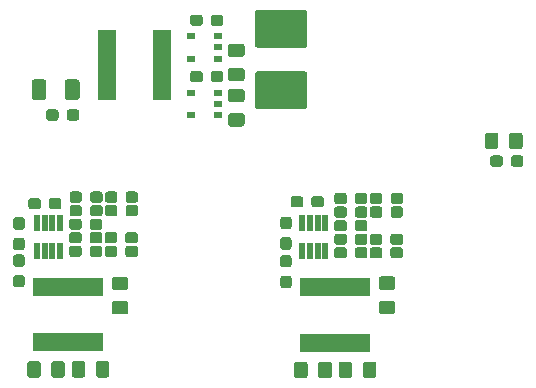
<source format=gbr>
G04 #@! TF.GenerationSoftware,KiCad,Pcbnew,(5.1.5)-3*
G04 #@! TF.CreationDate,2020-04-20T22:46:26+08:00*
G04 #@! TF.ProjectId,ptboard,7074626f-6172-4642-9e6b-696361645f70,rev?*
G04 #@! TF.SameCoordinates,PX2349340PY4b0dde0*
G04 #@! TF.FileFunction,Paste,Bot*
G04 #@! TF.FilePolarity,Positive*
%FSLAX46Y46*%
G04 Gerber Fmt 4.6, Leading zero omitted, Abs format (unit mm)*
G04 Created by KiCad (PCBNEW (5.1.5)-3) date 2020-04-20 22:46:26*
%MOMM*%
%LPD*%
G04 APERTURE LIST*
%ADD10C,0.100000*%
%ADD11R,1.600000X5.900000*%
%ADD12R,5.900000X1.600000*%
%ADD13R,0.490000X1.340000*%
%ADD14R,0.700000X0.510000*%
G04 APERTURE END LIST*
D10*
G04 #@! TO.C,D1*
G36*
X6799504Y31823796D02*
G01*
X6823773Y31820196D01*
X6847571Y31814235D01*
X6870671Y31805970D01*
X6892849Y31795480D01*
X6913893Y31782867D01*
X6933598Y31768253D01*
X6951777Y31751777D01*
X6968253Y31733598D01*
X6982867Y31713893D01*
X6995480Y31692849D01*
X7005970Y31670671D01*
X7014235Y31647571D01*
X7020196Y31623773D01*
X7023796Y31599504D01*
X7025000Y31575000D01*
X7025000Y30325000D01*
X7023796Y30300496D01*
X7020196Y30276227D01*
X7014235Y30252429D01*
X7005970Y30229329D01*
X6995480Y30207151D01*
X6982867Y30186107D01*
X6968253Y30166402D01*
X6951777Y30148223D01*
X6933598Y30131747D01*
X6913893Y30117133D01*
X6892849Y30104520D01*
X6870671Y30094030D01*
X6847571Y30085765D01*
X6823773Y30079804D01*
X6799504Y30076204D01*
X6775000Y30075000D01*
X6025000Y30075000D01*
X6000496Y30076204D01*
X5976227Y30079804D01*
X5952429Y30085765D01*
X5929329Y30094030D01*
X5907151Y30104520D01*
X5886107Y30117133D01*
X5866402Y30131747D01*
X5848223Y30148223D01*
X5831747Y30166402D01*
X5817133Y30186107D01*
X5804520Y30207151D01*
X5794030Y30229329D01*
X5785765Y30252429D01*
X5779804Y30276227D01*
X5776204Y30300496D01*
X5775000Y30325000D01*
X5775000Y31575000D01*
X5776204Y31599504D01*
X5779804Y31623773D01*
X5785765Y31647571D01*
X5794030Y31670671D01*
X5804520Y31692849D01*
X5817133Y31713893D01*
X5831747Y31733598D01*
X5848223Y31751777D01*
X5866402Y31768253D01*
X5886107Y31782867D01*
X5907151Y31795480D01*
X5929329Y31805970D01*
X5952429Y31814235D01*
X5976227Y31820196D01*
X6000496Y31823796D01*
X6025000Y31825000D01*
X6775000Y31825000D01*
X6799504Y31823796D01*
G37*
G36*
X9599504Y31823796D02*
G01*
X9623773Y31820196D01*
X9647571Y31814235D01*
X9670671Y31805970D01*
X9692849Y31795480D01*
X9713893Y31782867D01*
X9733598Y31768253D01*
X9751777Y31751777D01*
X9768253Y31733598D01*
X9782867Y31713893D01*
X9795480Y31692849D01*
X9805970Y31670671D01*
X9814235Y31647571D01*
X9820196Y31623773D01*
X9823796Y31599504D01*
X9825000Y31575000D01*
X9825000Y30325000D01*
X9823796Y30300496D01*
X9820196Y30276227D01*
X9814235Y30252429D01*
X9805970Y30229329D01*
X9795480Y30207151D01*
X9782867Y30186107D01*
X9768253Y30166402D01*
X9751777Y30148223D01*
X9733598Y30131747D01*
X9713893Y30117133D01*
X9692849Y30104520D01*
X9670671Y30094030D01*
X9647571Y30085765D01*
X9623773Y30079804D01*
X9599504Y30076204D01*
X9575000Y30075000D01*
X8825000Y30075000D01*
X8800496Y30076204D01*
X8776227Y30079804D01*
X8752429Y30085765D01*
X8729329Y30094030D01*
X8707151Y30104520D01*
X8686107Y30117133D01*
X8666402Y30131747D01*
X8648223Y30148223D01*
X8631747Y30166402D01*
X8617133Y30186107D01*
X8604520Y30207151D01*
X8594030Y30229329D01*
X8585765Y30252429D01*
X8579804Y30276227D01*
X8576204Y30300496D01*
X8575000Y30325000D01*
X8575000Y31575000D01*
X8576204Y31599504D01*
X8579804Y31623773D01*
X8585765Y31647571D01*
X8594030Y31670671D01*
X8604520Y31692849D01*
X8617133Y31713893D01*
X8631747Y31733598D01*
X8648223Y31751777D01*
X8666402Y31768253D01*
X8686107Y31782867D01*
X8707151Y31795480D01*
X8729329Y31805970D01*
X8752429Y31814235D01*
X8776227Y31820196D01*
X8800496Y31823796D01*
X8825000Y31825000D01*
X9575000Y31825000D01*
X9599504Y31823796D01*
G37*
G04 #@! TD*
D11*
G04 #@! TO.C,L1*
X16840000Y33060000D03*
X12140000Y33060000D03*
G04 #@! TD*
D12*
G04 #@! TO.C,L6*
X31485000Y9500000D03*
X31485000Y14200000D03*
G04 #@! TD*
G04 #@! TO.C,L4*
X8880000Y9550000D03*
X8880000Y14250000D03*
G04 #@! TD*
D10*
G04 #@! TO.C,C32*
G36*
X28909505Y7918796D02*
G01*
X28933773Y7915196D01*
X28957572Y7909235D01*
X28980671Y7900970D01*
X29002850Y7890480D01*
X29023893Y7877868D01*
X29043599Y7863253D01*
X29061777Y7846777D01*
X29078253Y7828599D01*
X29092868Y7808893D01*
X29105480Y7787850D01*
X29115970Y7765671D01*
X29124235Y7742572D01*
X29130196Y7718773D01*
X29133796Y7694505D01*
X29135000Y7670001D01*
X29135000Y6769999D01*
X29133796Y6745495D01*
X29130196Y6721227D01*
X29124235Y6697428D01*
X29115970Y6674329D01*
X29105480Y6652150D01*
X29092868Y6631107D01*
X29078253Y6611401D01*
X29061777Y6593223D01*
X29043599Y6576747D01*
X29023893Y6562132D01*
X29002850Y6549520D01*
X28980671Y6539030D01*
X28957572Y6530765D01*
X28933773Y6524804D01*
X28909505Y6521204D01*
X28885001Y6520000D01*
X28234999Y6520000D01*
X28210495Y6521204D01*
X28186227Y6524804D01*
X28162428Y6530765D01*
X28139329Y6539030D01*
X28117150Y6549520D01*
X28096107Y6562132D01*
X28076401Y6576747D01*
X28058223Y6593223D01*
X28041747Y6611401D01*
X28027132Y6631107D01*
X28014520Y6652150D01*
X28004030Y6674329D01*
X27995765Y6697428D01*
X27989804Y6721227D01*
X27986204Y6745495D01*
X27985000Y6769999D01*
X27985000Y7670001D01*
X27986204Y7694505D01*
X27989804Y7718773D01*
X27995765Y7742572D01*
X28004030Y7765671D01*
X28014520Y7787850D01*
X28027132Y7808893D01*
X28041747Y7828599D01*
X28058223Y7846777D01*
X28076401Y7863253D01*
X28096107Y7877868D01*
X28117150Y7890480D01*
X28139329Y7900970D01*
X28162428Y7909235D01*
X28186227Y7915196D01*
X28210495Y7918796D01*
X28234999Y7920000D01*
X28885001Y7920000D01*
X28909505Y7918796D01*
G37*
G36*
X30959505Y7918796D02*
G01*
X30983773Y7915196D01*
X31007572Y7909235D01*
X31030671Y7900970D01*
X31052850Y7890480D01*
X31073893Y7877868D01*
X31093599Y7863253D01*
X31111777Y7846777D01*
X31128253Y7828599D01*
X31142868Y7808893D01*
X31155480Y7787850D01*
X31165970Y7765671D01*
X31174235Y7742572D01*
X31180196Y7718773D01*
X31183796Y7694505D01*
X31185000Y7670001D01*
X31185000Y6769999D01*
X31183796Y6745495D01*
X31180196Y6721227D01*
X31174235Y6697428D01*
X31165970Y6674329D01*
X31155480Y6652150D01*
X31142868Y6631107D01*
X31128253Y6611401D01*
X31111777Y6593223D01*
X31093599Y6576747D01*
X31073893Y6562132D01*
X31052850Y6549520D01*
X31030671Y6539030D01*
X31007572Y6530765D01*
X30983773Y6524804D01*
X30959505Y6521204D01*
X30935001Y6520000D01*
X30284999Y6520000D01*
X30260495Y6521204D01*
X30236227Y6524804D01*
X30212428Y6530765D01*
X30189329Y6539030D01*
X30167150Y6549520D01*
X30146107Y6562132D01*
X30126401Y6576747D01*
X30108223Y6593223D01*
X30091747Y6611401D01*
X30077132Y6631107D01*
X30064520Y6652150D01*
X30054030Y6674329D01*
X30045765Y6697428D01*
X30039804Y6721227D01*
X30036204Y6745495D01*
X30035000Y6769999D01*
X30035000Y7670001D01*
X30036204Y7694505D01*
X30039804Y7718773D01*
X30045765Y7742572D01*
X30054030Y7765671D01*
X30064520Y7787850D01*
X30077132Y7808893D01*
X30091747Y7828599D01*
X30108223Y7846777D01*
X30126401Y7863253D01*
X30146107Y7877868D01*
X30167150Y7890480D01*
X30189329Y7900970D01*
X30212428Y7909235D01*
X30236227Y7915196D01*
X30260495Y7918796D01*
X30284999Y7920000D01*
X30935001Y7920000D01*
X30959505Y7918796D01*
G37*
G04 #@! TD*
G04 #@! TO.C,C31*
G36*
X34734505Y7918796D02*
G01*
X34758773Y7915196D01*
X34782572Y7909235D01*
X34805671Y7900970D01*
X34827850Y7890480D01*
X34848893Y7877868D01*
X34868599Y7863253D01*
X34886777Y7846777D01*
X34903253Y7828599D01*
X34917868Y7808893D01*
X34930480Y7787850D01*
X34940970Y7765671D01*
X34949235Y7742572D01*
X34955196Y7718773D01*
X34958796Y7694505D01*
X34960000Y7670001D01*
X34960000Y6769999D01*
X34958796Y6745495D01*
X34955196Y6721227D01*
X34949235Y6697428D01*
X34940970Y6674329D01*
X34930480Y6652150D01*
X34917868Y6631107D01*
X34903253Y6611401D01*
X34886777Y6593223D01*
X34868599Y6576747D01*
X34848893Y6562132D01*
X34827850Y6549520D01*
X34805671Y6539030D01*
X34782572Y6530765D01*
X34758773Y6524804D01*
X34734505Y6521204D01*
X34710001Y6520000D01*
X34059999Y6520000D01*
X34035495Y6521204D01*
X34011227Y6524804D01*
X33987428Y6530765D01*
X33964329Y6539030D01*
X33942150Y6549520D01*
X33921107Y6562132D01*
X33901401Y6576747D01*
X33883223Y6593223D01*
X33866747Y6611401D01*
X33852132Y6631107D01*
X33839520Y6652150D01*
X33829030Y6674329D01*
X33820765Y6697428D01*
X33814804Y6721227D01*
X33811204Y6745495D01*
X33810000Y6769999D01*
X33810000Y7670001D01*
X33811204Y7694505D01*
X33814804Y7718773D01*
X33820765Y7742572D01*
X33829030Y7765671D01*
X33839520Y7787850D01*
X33852132Y7808893D01*
X33866747Y7828599D01*
X33883223Y7846777D01*
X33901401Y7863253D01*
X33921107Y7877868D01*
X33942150Y7890480D01*
X33964329Y7900970D01*
X33987428Y7909235D01*
X34011227Y7915196D01*
X34035495Y7918796D01*
X34059999Y7920000D01*
X34710001Y7920000D01*
X34734505Y7918796D01*
G37*
G36*
X32684505Y7918796D02*
G01*
X32708773Y7915196D01*
X32732572Y7909235D01*
X32755671Y7900970D01*
X32777850Y7890480D01*
X32798893Y7877868D01*
X32818599Y7863253D01*
X32836777Y7846777D01*
X32853253Y7828599D01*
X32867868Y7808893D01*
X32880480Y7787850D01*
X32890970Y7765671D01*
X32899235Y7742572D01*
X32905196Y7718773D01*
X32908796Y7694505D01*
X32910000Y7670001D01*
X32910000Y6769999D01*
X32908796Y6745495D01*
X32905196Y6721227D01*
X32899235Y6697428D01*
X32890970Y6674329D01*
X32880480Y6652150D01*
X32867868Y6631107D01*
X32853253Y6611401D01*
X32836777Y6593223D01*
X32818599Y6576747D01*
X32798893Y6562132D01*
X32777850Y6549520D01*
X32755671Y6539030D01*
X32732572Y6530765D01*
X32708773Y6524804D01*
X32684505Y6521204D01*
X32660001Y6520000D01*
X32009999Y6520000D01*
X31985495Y6521204D01*
X31961227Y6524804D01*
X31937428Y6530765D01*
X31914329Y6539030D01*
X31892150Y6549520D01*
X31871107Y6562132D01*
X31851401Y6576747D01*
X31833223Y6593223D01*
X31816747Y6611401D01*
X31802132Y6631107D01*
X31789520Y6652150D01*
X31779030Y6674329D01*
X31770765Y6697428D01*
X31764804Y6721227D01*
X31761204Y6745495D01*
X31760000Y6769999D01*
X31760000Y7670001D01*
X31761204Y7694505D01*
X31764804Y7718773D01*
X31770765Y7742572D01*
X31779030Y7765671D01*
X31789520Y7787850D01*
X31802132Y7808893D01*
X31816747Y7828599D01*
X31833223Y7846777D01*
X31851401Y7863253D01*
X31871107Y7877868D01*
X31892150Y7890480D01*
X31914329Y7900970D01*
X31937428Y7909235D01*
X31961227Y7915196D01*
X31985495Y7918796D01*
X32009999Y7920000D01*
X32660001Y7920000D01*
X32684505Y7918796D01*
G37*
G04 #@! TD*
G04 #@! TO.C,C27*
G36*
X36334505Y13088796D02*
G01*
X36358773Y13085196D01*
X36382572Y13079235D01*
X36405671Y13070970D01*
X36427850Y13060480D01*
X36448893Y13047868D01*
X36468599Y13033253D01*
X36486777Y13016777D01*
X36503253Y12998599D01*
X36517868Y12978893D01*
X36530480Y12957850D01*
X36540970Y12935671D01*
X36549235Y12912572D01*
X36555196Y12888773D01*
X36558796Y12864505D01*
X36560000Y12840001D01*
X36560000Y12189999D01*
X36558796Y12165495D01*
X36555196Y12141227D01*
X36549235Y12117428D01*
X36540970Y12094329D01*
X36530480Y12072150D01*
X36517868Y12051107D01*
X36503253Y12031401D01*
X36486777Y12013223D01*
X36468599Y11996747D01*
X36448893Y11982132D01*
X36427850Y11969520D01*
X36405671Y11959030D01*
X36382572Y11950765D01*
X36358773Y11944804D01*
X36334505Y11941204D01*
X36310001Y11940000D01*
X35409999Y11940000D01*
X35385495Y11941204D01*
X35361227Y11944804D01*
X35337428Y11950765D01*
X35314329Y11959030D01*
X35292150Y11969520D01*
X35271107Y11982132D01*
X35251401Y11996747D01*
X35233223Y12013223D01*
X35216747Y12031401D01*
X35202132Y12051107D01*
X35189520Y12072150D01*
X35179030Y12094329D01*
X35170765Y12117428D01*
X35164804Y12141227D01*
X35161204Y12165495D01*
X35160000Y12189999D01*
X35160000Y12840001D01*
X35161204Y12864505D01*
X35164804Y12888773D01*
X35170765Y12912572D01*
X35179030Y12935671D01*
X35189520Y12957850D01*
X35202132Y12978893D01*
X35216747Y12998599D01*
X35233223Y13016777D01*
X35251401Y13033253D01*
X35271107Y13047868D01*
X35292150Y13060480D01*
X35314329Y13070970D01*
X35337428Y13079235D01*
X35361227Y13085196D01*
X35385495Y13088796D01*
X35409999Y13090000D01*
X36310001Y13090000D01*
X36334505Y13088796D01*
G37*
G36*
X36334505Y15138796D02*
G01*
X36358773Y15135196D01*
X36382572Y15129235D01*
X36405671Y15120970D01*
X36427850Y15110480D01*
X36448893Y15097868D01*
X36468599Y15083253D01*
X36486777Y15066777D01*
X36503253Y15048599D01*
X36517868Y15028893D01*
X36530480Y15007850D01*
X36540970Y14985671D01*
X36549235Y14962572D01*
X36555196Y14938773D01*
X36558796Y14914505D01*
X36560000Y14890001D01*
X36560000Y14239999D01*
X36558796Y14215495D01*
X36555196Y14191227D01*
X36549235Y14167428D01*
X36540970Y14144329D01*
X36530480Y14122150D01*
X36517868Y14101107D01*
X36503253Y14081401D01*
X36486777Y14063223D01*
X36468599Y14046747D01*
X36448893Y14032132D01*
X36427850Y14019520D01*
X36405671Y14009030D01*
X36382572Y14000765D01*
X36358773Y13994804D01*
X36334505Y13991204D01*
X36310001Y13990000D01*
X35409999Y13990000D01*
X35385495Y13991204D01*
X35361227Y13994804D01*
X35337428Y14000765D01*
X35314329Y14009030D01*
X35292150Y14019520D01*
X35271107Y14032132D01*
X35251401Y14046747D01*
X35233223Y14063223D01*
X35216747Y14081401D01*
X35202132Y14101107D01*
X35189520Y14122150D01*
X35179030Y14144329D01*
X35170765Y14167428D01*
X35164804Y14191227D01*
X35161204Y14215495D01*
X35160000Y14239999D01*
X35160000Y14890001D01*
X35161204Y14914505D01*
X35164804Y14938773D01*
X35170765Y14962572D01*
X35179030Y14985671D01*
X35189520Y15007850D01*
X35202132Y15028893D01*
X35216747Y15048599D01*
X35233223Y15066777D01*
X35251401Y15083253D01*
X35271107Y15097868D01*
X35292150Y15110480D01*
X35314329Y15120970D01*
X35337428Y15129235D01*
X35361227Y15135196D01*
X35385495Y15138796D01*
X35409999Y15140000D01*
X36310001Y15140000D01*
X36334505Y15138796D01*
G37*
G04 #@! TD*
G04 #@! TO.C,C16*
G36*
X12134505Y7968796D02*
G01*
X12158773Y7965196D01*
X12182572Y7959235D01*
X12205671Y7950970D01*
X12227850Y7940480D01*
X12248893Y7927868D01*
X12268599Y7913253D01*
X12286777Y7896777D01*
X12303253Y7878599D01*
X12317868Y7858893D01*
X12330480Y7837850D01*
X12340970Y7815671D01*
X12349235Y7792572D01*
X12355196Y7768773D01*
X12358796Y7744505D01*
X12360000Y7720001D01*
X12360000Y6819999D01*
X12358796Y6795495D01*
X12355196Y6771227D01*
X12349235Y6747428D01*
X12340970Y6724329D01*
X12330480Y6702150D01*
X12317868Y6681107D01*
X12303253Y6661401D01*
X12286777Y6643223D01*
X12268599Y6626747D01*
X12248893Y6612132D01*
X12227850Y6599520D01*
X12205671Y6589030D01*
X12182572Y6580765D01*
X12158773Y6574804D01*
X12134505Y6571204D01*
X12110001Y6570000D01*
X11459999Y6570000D01*
X11435495Y6571204D01*
X11411227Y6574804D01*
X11387428Y6580765D01*
X11364329Y6589030D01*
X11342150Y6599520D01*
X11321107Y6612132D01*
X11301401Y6626747D01*
X11283223Y6643223D01*
X11266747Y6661401D01*
X11252132Y6681107D01*
X11239520Y6702150D01*
X11229030Y6724329D01*
X11220765Y6747428D01*
X11214804Y6771227D01*
X11211204Y6795495D01*
X11210000Y6819999D01*
X11210000Y7720001D01*
X11211204Y7744505D01*
X11214804Y7768773D01*
X11220765Y7792572D01*
X11229030Y7815671D01*
X11239520Y7837850D01*
X11252132Y7858893D01*
X11266747Y7878599D01*
X11283223Y7896777D01*
X11301401Y7913253D01*
X11321107Y7927868D01*
X11342150Y7940480D01*
X11364329Y7950970D01*
X11387428Y7959235D01*
X11411227Y7965196D01*
X11435495Y7968796D01*
X11459999Y7970000D01*
X12110001Y7970000D01*
X12134505Y7968796D01*
G37*
G36*
X10084505Y7968796D02*
G01*
X10108773Y7965196D01*
X10132572Y7959235D01*
X10155671Y7950970D01*
X10177850Y7940480D01*
X10198893Y7927868D01*
X10218599Y7913253D01*
X10236777Y7896777D01*
X10253253Y7878599D01*
X10267868Y7858893D01*
X10280480Y7837850D01*
X10290970Y7815671D01*
X10299235Y7792572D01*
X10305196Y7768773D01*
X10308796Y7744505D01*
X10310000Y7720001D01*
X10310000Y6819999D01*
X10308796Y6795495D01*
X10305196Y6771227D01*
X10299235Y6747428D01*
X10290970Y6724329D01*
X10280480Y6702150D01*
X10267868Y6681107D01*
X10253253Y6661401D01*
X10236777Y6643223D01*
X10218599Y6626747D01*
X10198893Y6612132D01*
X10177850Y6599520D01*
X10155671Y6589030D01*
X10132572Y6580765D01*
X10108773Y6574804D01*
X10084505Y6571204D01*
X10060001Y6570000D01*
X9409999Y6570000D01*
X9385495Y6571204D01*
X9361227Y6574804D01*
X9337428Y6580765D01*
X9314329Y6589030D01*
X9292150Y6599520D01*
X9271107Y6612132D01*
X9251401Y6626747D01*
X9233223Y6643223D01*
X9216747Y6661401D01*
X9202132Y6681107D01*
X9189520Y6702150D01*
X9179030Y6724329D01*
X9170765Y6747428D01*
X9164804Y6771227D01*
X9161204Y6795495D01*
X9160000Y6819999D01*
X9160000Y7720001D01*
X9161204Y7744505D01*
X9164804Y7768773D01*
X9170765Y7792572D01*
X9179030Y7815671D01*
X9189520Y7837850D01*
X9202132Y7858893D01*
X9216747Y7878599D01*
X9233223Y7896777D01*
X9251401Y7913253D01*
X9271107Y7927868D01*
X9292150Y7940480D01*
X9314329Y7950970D01*
X9337428Y7959235D01*
X9361227Y7965196D01*
X9385495Y7968796D01*
X9409999Y7970000D01*
X10060001Y7970000D01*
X10084505Y7968796D01*
G37*
G04 #@! TD*
G04 #@! TO.C,C15*
G36*
X6314505Y7968796D02*
G01*
X6338773Y7965196D01*
X6362572Y7959235D01*
X6385671Y7950970D01*
X6407850Y7940480D01*
X6428893Y7927868D01*
X6448599Y7913253D01*
X6466777Y7896777D01*
X6483253Y7878599D01*
X6497868Y7858893D01*
X6510480Y7837850D01*
X6520970Y7815671D01*
X6529235Y7792572D01*
X6535196Y7768773D01*
X6538796Y7744505D01*
X6540000Y7720001D01*
X6540000Y6819999D01*
X6538796Y6795495D01*
X6535196Y6771227D01*
X6529235Y6747428D01*
X6520970Y6724329D01*
X6510480Y6702150D01*
X6497868Y6681107D01*
X6483253Y6661401D01*
X6466777Y6643223D01*
X6448599Y6626747D01*
X6428893Y6612132D01*
X6407850Y6599520D01*
X6385671Y6589030D01*
X6362572Y6580765D01*
X6338773Y6574804D01*
X6314505Y6571204D01*
X6290001Y6570000D01*
X5639999Y6570000D01*
X5615495Y6571204D01*
X5591227Y6574804D01*
X5567428Y6580765D01*
X5544329Y6589030D01*
X5522150Y6599520D01*
X5501107Y6612132D01*
X5481401Y6626747D01*
X5463223Y6643223D01*
X5446747Y6661401D01*
X5432132Y6681107D01*
X5419520Y6702150D01*
X5409030Y6724329D01*
X5400765Y6747428D01*
X5394804Y6771227D01*
X5391204Y6795495D01*
X5390000Y6819999D01*
X5390000Y7720001D01*
X5391204Y7744505D01*
X5394804Y7768773D01*
X5400765Y7792572D01*
X5409030Y7815671D01*
X5419520Y7837850D01*
X5432132Y7858893D01*
X5446747Y7878599D01*
X5463223Y7896777D01*
X5481401Y7913253D01*
X5501107Y7927868D01*
X5522150Y7940480D01*
X5544329Y7950970D01*
X5567428Y7959235D01*
X5591227Y7965196D01*
X5615495Y7968796D01*
X5639999Y7970000D01*
X6290001Y7970000D01*
X6314505Y7968796D01*
G37*
G36*
X8364505Y7968796D02*
G01*
X8388773Y7965196D01*
X8412572Y7959235D01*
X8435671Y7950970D01*
X8457850Y7940480D01*
X8478893Y7927868D01*
X8498599Y7913253D01*
X8516777Y7896777D01*
X8533253Y7878599D01*
X8547868Y7858893D01*
X8560480Y7837850D01*
X8570970Y7815671D01*
X8579235Y7792572D01*
X8585196Y7768773D01*
X8588796Y7744505D01*
X8590000Y7720001D01*
X8590000Y6819999D01*
X8588796Y6795495D01*
X8585196Y6771227D01*
X8579235Y6747428D01*
X8570970Y6724329D01*
X8560480Y6702150D01*
X8547868Y6681107D01*
X8533253Y6661401D01*
X8516777Y6643223D01*
X8498599Y6626747D01*
X8478893Y6612132D01*
X8457850Y6599520D01*
X8435671Y6589030D01*
X8412572Y6580765D01*
X8388773Y6574804D01*
X8364505Y6571204D01*
X8340001Y6570000D01*
X7689999Y6570000D01*
X7665495Y6571204D01*
X7641227Y6574804D01*
X7617428Y6580765D01*
X7594329Y6589030D01*
X7572150Y6599520D01*
X7551107Y6612132D01*
X7531401Y6626747D01*
X7513223Y6643223D01*
X7496747Y6661401D01*
X7482132Y6681107D01*
X7469520Y6702150D01*
X7459030Y6724329D01*
X7450765Y6747428D01*
X7444804Y6771227D01*
X7441204Y6795495D01*
X7440000Y6819999D01*
X7440000Y7720001D01*
X7441204Y7744505D01*
X7444804Y7768773D01*
X7450765Y7792572D01*
X7459030Y7815671D01*
X7469520Y7837850D01*
X7482132Y7858893D01*
X7496747Y7878599D01*
X7513223Y7896777D01*
X7531401Y7913253D01*
X7551107Y7927868D01*
X7572150Y7940480D01*
X7594329Y7950970D01*
X7617428Y7959235D01*
X7641227Y7965196D01*
X7665495Y7968796D01*
X7689999Y7970000D01*
X8340001Y7970000D01*
X8364505Y7968796D01*
G37*
G04 #@! TD*
G04 #@! TO.C,C11*
G36*
X13734505Y13068796D02*
G01*
X13758773Y13065196D01*
X13782572Y13059235D01*
X13805671Y13050970D01*
X13827850Y13040480D01*
X13848893Y13027868D01*
X13868599Y13013253D01*
X13886777Y12996777D01*
X13903253Y12978599D01*
X13917868Y12958893D01*
X13930480Y12937850D01*
X13940970Y12915671D01*
X13949235Y12892572D01*
X13955196Y12868773D01*
X13958796Y12844505D01*
X13960000Y12820001D01*
X13960000Y12169999D01*
X13958796Y12145495D01*
X13955196Y12121227D01*
X13949235Y12097428D01*
X13940970Y12074329D01*
X13930480Y12052150D01*
X13917868Y12031107D01*
X13903253Y12011401D01*
X13886777Y11993223D01*
X13868599Y11976747D01*
X13848893Y11962132D01*
X13827850Y11949520D01*
X13805671Y11939030D01*
X13782572Y11930765D01*
X13758773Y11924804D01*
X13734505Y11921204D01*
X13710001Y11920000D01*
X12809999Y11920000D01*
X12785495Y11921204D01*
X12761227Y11924804D01*
X12737428Y11930765D01*
X12714329Y11939030D01*
X12692150Y11949520D01*
X12671107Y11962132D01*
X12651401Y11976747D01*
X12633223Y11993223D01*
X12616747Y12011401D01*
X12602132Y12031107D01*
X12589520Y12052150D01*
X12579030Y12074329D01*
X12570765Y12097428D01*
X12564804Y12121227D01*
X12561204Y12145495D01*
X12560000Y12169999D01*
X12560000Y12820001D01*
X12561204Y12844505D01*
X12564804Y12868773D01*
X12570765Y12892572D01*
X12579030Y12915671D01*
X12589520Y12937850D01*
X12602132Y12958893D01*
X12616747Y12978599D01*
X12633223Y12996777D01*
X12651401Y13013253D01*
X12671107Y13027868D01*
X12692150Y13040480D01*
X12714329Y13050970D01*
X12737428Y13059235D01*
X12761227Y13065196D01*
X12785495Y13068796D01*
X12809999Y13070000D01*
X13710001Y13070000D01*
X13734505Y13068796D01*
G37*
G36*
X13734505Y15118796D02*
G01*
X13758773Y15115196D01*
X13782572Y15109235D01*
X13805671Y15100970D01*
X13827850Y15090480D01*
X13848893Y15077868D01*
X13868599Y15063253D01*
X13886777Y15046777D01*
X13903253Y15028599D01*
X13917868Y15008893D01*
X13930480Y14987850D01*
X13940970Y14965671D01*
X13949235Y14942572D01*
X13955196Y14918773D01*
X13958796Y14894505D01*
X13960000Y14870001D01*
X13960000Y14219999D01*
X13958796Y14195495D01*
X13955196Y14171227D01*
X13949235Y14147428D01*
X13940970Y14124329D01*
X13930480Y14102150D01*
X13917868Y14081107D01*
X13903253Y14061401D01*
X13886777Y14043223D01*
X13868599Y14026747D01*
X13848893Y14012132D01*
X13827850Y13999520D01*
X13805671Y13989030D01*
X13782572Y13980765D01*
X13758773Y13974804D01*
X13734505Y13971204D01*
X13710001Y13970000D01*
X12809999Y13970000D01*
X12785495Y13971204D01*
X12761227Y13974804D01*
X12737428Y13980765D01*
X12714329Y13989030D01*
X12692150Y13999520D01*
X12671107Y14012132D01*
X12651401Y14026747D01*
X12633223Y14043223D01*
X12616747Y14061401D01*
X12602132Y14081107D01*
X12589520Y14102150D01*
X12579030Y14124329D01*
X12570765Y14147428D01*
X12564804Y14171227D01*
X12561204Y14195495D01*
X12560000Y14219999D01*
X12560000Y14870001D01*
X12561204Y14894505D01*
X12564804Y14918773D01*
X12570765Y14942572D01*
X12579030Y14965671D01*
X12589520Y14987850D01*
X12602132Y15008893D01*
X12616747Y15028599D01*
X12633223Y15046777D01*
X12651401Y15063253D01*
X12671107Y15077868D01*
X12692150Y15090480D01*
X12714329Y15100970D01*
X12737428Y15109235D01*
X12761227Y15115196D01*
X12785495Y15118796D01*
X12809999Y15120000D01*
X13710001Y15120000D01*
X13734505Y15118796D01*
G37*
G04 #@! TD*
G04 #@! TO.C,C5*
G36*
X23574505Y32798796D02*
G01*
X23598773Y32795196D01*
X23622572Y32789235D01*
X23645671Y32780970D01*
X23667850Y32770480D01*
X23688893Y32757868D01*
X23708599Y32743253D01*
X23726777Y32726777D01*
X23743253Y32708599D01*
X23757868Y32688893D01*
X23770480Y32667850D01*
X23780970Y32645671D01*
X23789235Y32622572D01*
X23795196Y32598773D01*
X23798796Y32574505D01*
X23800000Y32550001D01*
X23800000Y31899999D01*
X23798796Y31875495D01*
X23795196Y31851227D01*
X23789235Y31827428D01*
X23780970Y31804329D01*
X23770480Y31782150D01*
X23757868Y31761107D01*
X23743253Y31741401D01*
X23726777Y31723223D01*
X23708599Y31706747D01*
X23688893Y31692132D01*
X23667850Y31679520D01*
X23645671Y31669030D01*
X23622572Y31660765D01*
X23598773Y31654804D01*
X23574505Y31651204D01*
X23550001Y31650000D01*
X22649999Y31650000D01*
X22625495Y31651204D01*
X22601227Y31654804D01*
X22577428Y31660765D01*
X22554329Y31669030D01*
X22532150Y31679520D01*
X22511107Y31692132D01*
X22491401Y31706747D01*
X22473223Y31723223D01*
X22456747Y31741401D01*
X22442132Y31761107D01*
X22429520Y31782150D01*
X22419030Y31804329D01*
X22410765Y31827428D01*
X22404804Y31851227D01*
X22401204Y31875495D01*
X22400000Y31899999D01*
X22400000Y32550001D01*
X22401204Y32574505D01*
X22404804Y32598773D01*
X22410765Y32622572D01*
X22419030Y32645671D01*
X22429520Y32667850D01*
X22442132Y32688893D01*
X22456747Y32708599D01*
X22473223Y32726777D01*
X22491401Y32743253D01*
X22511107Y32757868D01*
X22532150Y32770480D01*
X22554329Y32780970D01*
X22577428Y32789235D01*
X22601227Y32795196D01*
X22625495Y32798796D01*
X22649999Y32800000D01*
X23550001Y32800000D01*
X23574505Y32798796D01*
G37*
G36*
X23574505Y34848796D02*
G01*
X23598773Y34845196D01*
X23622572Y34839235D01*
X23645671Y34830970D01*
X23667850Y34820480D01*
X23688893Y34807868D01*
X23708599Y34793253D01*
X23726777Y34776777D01*
X23743253Y34758599D01*
X23757868Y34738893D01*
X23770480Y34717850D01*
X23780970Y34695671D01*
X23789235Y34672572D01*
X23795196Y34648773D01*
X23798796Y34624505D01*
X23800000Y34600001D01*
X23800000Y33949999D01*
X23798796Y33925495D01*
X23795196Y33901227D01*
X23789235Y33877428D01*
X23780970Y33854329D01*
X23770480Y33832150D01*
X23757868Y33811107D01*
X23743253Y33791401D01*
X23726777Y33773223D01*
X23708599Y33756747D01*
X23688893Y33742132D01*
X23667850Y33729520D01*
X23645671Y33719030D01*
X23622572Y33710765D01*
X23598773Y33704804D01*
X23574505Y33701204D01*
X23550001Y33700000D01*
X22649999Y33700000D01*
X22625495Y33701204D01*
X22601227Y33704804D01*
X22577428Y33710765D01*
X22554329Y33719030D01*
X22532150Y33729520D01*
X22511107Y33742132D01*
X22491401Y33756747D01*
X22473223Y33773223D01*
X22456747Y33791401D01*
X22442132Y33811107D01*
X22429520Y33832150D01*
X22419030Y33854329D01*
X22410765Y33877428D01*
X22404804Y33901227D01*
X22401204Y33925495D01*
X22400000Y33949999D01*
X22400000Y34600001D01*
X22401204Y34624505D01*
X22404804Y34648773D01*
X22410765Y34672572D01*
X22419030Y34695671D01*
X22429520Y34717850D01*
X22442132Y34738893D01*
X22456747Y34758599D01*
X22473223Y34776777D01*
X22491401Y34793253D01*
X22511107Y34807868D01*
X22532150Y34820480D01*
X22554329Y34830970D01*
X22577428Y34839235D01*
X22601227Y34845196D01*
X22625495Y34848796D01*
X22649999Y34850000D01*
X23550001Y34850000D01*
X23574505Y34848796D01*
G37*
G04 #@! TD*
G04 #@! TO.C,C2*
G36*
X23574505Y28968796D02*
G01*
X23598773Y28965196D01*
X23622572Y28959235D01*
X23645671Y28950970D01*
X23667850Y28940480D01*
X23688893Y28927868D01*
X23708599Y28913253D01*
X23726777Y28896777D01*
X23743253Y28878599D01*
X23757868Y28858893D01*
X23770480Y28837850D01*
X23780970Y28815671D01*
X23789235Y28792572D01*
X23795196Y28768773D01*
X23798796Y28744505D01*
X23800000Y28720001D01*
X23800000Y28069999D01*
X23798796Y28045495D01*
X23795196Y28021227D01*
X23789235Y27997428D01*
X23780970Y27974329D01*
X23770480Y27952150D01*
X23757868Y27931107D01*
X23743253Y27911401D01*
X23726777Y27893223D01*
X23708599Y27876747D01*
X23688893Y27862132D01*
X23667850Y27849520D01*
X23645671Y27839030D01*
X23622572Y27830765D01*
X23598773Y27824804D01*
X23574505Y27821204D01*
X23550001Y27820000D01*
X22649999Y27820000D01*
X22625495Y27821204D01*
X22601227Y27824804D01*
X22577428Y27830765D01*
X22554329Y27839030D01*
X22532150Y27849520D01*
X22511107Y27862132D01*
X22491401Y27876747D01*
X22473223Y27893223D01*
X22456747Y27911401D01*
X22442132Y27931107D01*
X22429520Y27952150D01*
X22419030Y27974329D01*
X22410765Y27997428D01*
X22404804Y28021227D01*
X22401204Y28045495D01*
X22400000Y28069999D01*
X22400000Y28720001D01*
X22401204Y28744505D01*
X22404804Y28768773D01*
X22410765Y28792572D01*
X22419030Y28815671D01*
X22429520Y28837850D01*
X22442132Y28858893D01*
X22456747Y28878599D01*
X22473223Y28896777D01*
X22491401Y28913253D01*
X22511107Y28927868D01*
X22532150Y28940480D01*
X22554329Y28950970D01*
X22577428Y28959235D01*
X22601227Y28965196D01*
X22625495Y28968796D01*
X22649999Y28970000D01*
X23550001Y28970000D01*
X23574505Y28968796D01*
G37*
G36*
X23574505Y31018796D02*
G01*
X23598773Y31015196D01*
X23622572Y31009235D01*
X23645671Y31000970D01*
X23667850Y30990480D01*
X23688893Y30977868D01*
X23708599Y30963253D01*
X23726777Y30946777D01*
X23743253Y30928599D01*
X23757868Y30908893D01*
X23770480Y30887850D01*
X23780970Y30865671D01*
X23789235Y30842572D01*
X23795196Y30818773D01*
X23798796Y30794505D01*
X23800000Y30770001D01*
X23800000Y30119999D01*
X23798796Y30095495D01*
X23795196Y30071227D01*
X23789235Y30047428D01*
X23780970Y30024329D01*
X23770480Y30002150D01*
X23757868Y29981107D01*
X23743253Y29961401D01*
X23726777Y29943223D01*
X23708599Y29926747D01*
X23688893Y29912132D01*
X23667850Y29899520D01*
X23645671Y29889030D01*
X23622572Y29880765D01*
X23598773Y29874804D01*
X23574505Y29871204D01*
X23550001Y29870000D01*
X22649999Y29870000D01*
X22625495Y29871204D01*
X22601227Y29874804D01*
X22577428Y29880765D01*
X22554329Y29889030D01*
X22532150Y29899520D01*
X22511107Y29912132D01*
X22491401Y29926747D01*
X22473223Y29943223D01*
X22456747Y29961401D01*
X22442132Y29981107D01*
X22429520Y30002150D01*
X22419030Y30024329D01*
X22410765Y30047428D01*
X22404804Y30071227D01*
X22401204Y30095495D01*
X22400000Y30119999D01*
X22400000Y30770001D01*
X22401204Y30794505D01*
X22404804Y30818773D01*
X22410765Y30842572D01*
X22419030Y30865671D01*
X22429520Y30887850D01*
X22442132Y30908893D01*
X22456747Y30928599D01*
X22473223Y30946777D01*
X22491401Y30963253D01*
X22511107Y30977868D01*
X22532150Y30990480D01*
X22554329Y31000970D01*
X22577428Y31009235D01*
X22601227Y31015196D01*
X22625495Y31018796D01*
X22649999Y31020000D01*
X23550001Y31020000D01*
X23574505Y31018796D01*
G37*
G04 #@! TD*
G04 #@! TO.C,R4*
G36*
X8075779Y21773856D02*
G01*
X8098834Y21770437D01*
X8121443Y21764773D01*
X8143387Y21756921D01*
X8164457Y21746956D01*
X8184448Y21734974D01*
X8203168Y21721090D01*
X8220438Y21705438D01*
X8236090Y21688168D01*
X8249974Y21669448D01*
X8261956Y21649457D01*
X8271921Y21628387D01*
X8279773Y21606443D01*
X8285437Y21583834D01*
X8288856Y21560779D01*
X8290000Y21537500D01*
X8290000Y21062500D01*
X8288856Y21039221D01*
X8285437Y21016166D01*
X8279773Y20993557D01*
X8271921Y20971613D01*
X8261956Y20950543D01*
X8249974Y20930552D01*
X8236090Y20911832D01*
X8220438Y20894562D01*
X8203168Y20878910D01*
X8184448Y20865026D01*
X8164457Y20853044D01*
X8143387Y20843079D01*
X8121443Y20835227D01*
X8098834Y20829563D01*
X8075779Y20826144D01*
X8052500Y20825000D01*
X7477500Y20825000D01*
X7454221Y20826144D01*
X7431166Y20829563D01*
X7408557Y20835227D01*
X7386613Y20843079D01*
X7365543Y20853044D01*
X7345552Y20865026D01*
X7326832Y20878910D01*
X7309562Y20894562D01*
X7293910Y20911832D01*
X7280026Y20930552D01*
X7268044Y20950543D01*
X7258079Y20971613D01*
X7250227Y20993557D01*
X7244563Y21016166D01*
X7241144Y21039221D01*
X7240000Y21062500D01*
X7240000Y21537500D01*
X7241144Y21560779D01*
X7244563Y21583834D01*
X7250227Y21606443D01*
X7258079Y21628387D01*
X7268044Y21649457D01*
X7280026Y21669448D01*
X7293910Y21688168D01*
X7309562Y21705438D01*
X7326832Y21721090D01*
X7345552Y21734974D01*
X7365543Y21746956D01*
X7386613Y21756921D01*
X7408557Y21764773D01*
X7431166Y21770437D01*
X7454221Y21773856D01*
X7477500Y21775000D01*
X8052500Y21775000D01*
X8075779Y21773856D01*
G37*
G36*
X6325779Y21773856D02*
G01*
X6348834Y21770437D01*
X6371443Y21764773D01*
X6393387Y21756921D01*
X6414457Y21746956D01*
X6434448Y21734974D01*
X6453168Y21721090D01*
X6470438Y21705438D01*
X6486090Y21688168D01*
X6499974Y21669448D01*
X6511956Y21649457D01*
X6521921Y21628387D01*
X6529773Y21606443D01*
X6535437Y21583834D01*
X6538856Y21560779D01*
X6540000Y21537500D01*
X6540000Y21062500D01*
X6538856Y21039221D01*
X6535437Y21016166D01*
X6529773Y20993557D01*
X6521921Y20971613D01*
X6511956Y20950543D01*
X6499974Y20930552D01*
X6486090Y20911832D01*
X6470438Y20894562D01*
X6453168Y20878910D01*
X6434448Y20865026D01*
X6414457Y20853044D01*
X6393387Y20843079D01*
X6371443Y20835227D01*
X6348834Y20829563D01*
X6325779Y20826144D01*
X6302500Y20825000D01*
X5727500Y20825000D01*
X5704221Y20826144D01*
X5681166Y20829563D01*
X5658557Y20835227D01*
X5636613Y20843079D01*
X5615543Y20853044D01*
X5595552Y20865026D01*
X5576832Y20878910D01*
X5559562Y20894562D01*
X5543910Y20911832D01*
X5530026Y20930552D01*
X5518044Y20950543D01*
X5508079Y20971613D01*
X5500227Y20993557D01*
X5494563Y21016166D01*
X5491144Y21039221D01*
X5490000Y21062500D01*
X5490000Y21537500D01*
X5491144Y21560779D01*
X5494563Y21583834D01*
X5500227Y21606443D01*
X5508079Y21628387D01*
X5518044Y21649457D01*
X5530026Y21669448D01*
X5543910Y21688168D01*
X5559562Y21705438D01*
X5576832Y21721090D01*
X5595552Y21734974D01*
X5615543Y21746956D01*
X5636613Y21756921D01*
X5658557Y21764773D01*
X5681166Y21770437D01*
X5704221Y21773856D01*
X5727500Y21775000D01*
X6302500Y21775000D01*
X6325779Y21773856D01*
G37*
G04 #@! TD*
G04 #@! TO.C,R6*
G36*
X4960779Y20148856D02*
G01*
X4983834Y20145437D01*
X5006443Y20139773D01*
X5028387Y20131921D01*
X5049457Y20121956D01*
X5069448Y20109974D01*
X5088168Y20096090D01*
X5105438Y20080438D01*
X5121090Y20063168D01*
X5134974Y20044448D01*
X5146956Y20024457D01*
X5156921Y20003387D01*
X5164773Y19981443D01*
X5170437Y19958834D01*
X5173856Y19935779D01*
X5175000Y19912500D01*
X5175000Y19337500D01*
X5173856Y19314221D01*
X5170437Y19291166D01*
X5164773Y19268557D01*
X5156921Y19246613D01*
X5146956Y19225543D01*
X5134974Y19205552D01*
X5121090Y19186832D01*
X5105438Y19169562D01*
X5088168Y19153910D01*
X5069448Y19140026D01*
X5049457Y19128044D01*
X5028387Y19118079D01*
X5006443Y19110227D01*
X4983834Y19104563D01*
X4960779Y19101144D01*
X4937500Y19100000D01*
X4462500Y19100000D01*
X4439221Y19101144D01*
X4416166Y19104563D01*
X4393557Y19110227D01*
X4371613Y19118079D01*
X4350543Y19128044D01*
X4330552Y19140026D01*
X4311832Y19153910D01*
X4294562Y19169562D01*
X4278910Y19186832D01*
X4265026Y19205552D01*
X4253044Y19225543D01*
X4243079Y19246613D01*
X4235227Y19268557D01*
X4229563Y19291166D01*
X4226144Y19314221D01*
X4225000Y19337500D01*
X4225000Y19912500D01*
X4226144Y19935779D01*
X4229563Y19958834D01*
X4235227Y19981443D01*
X4243079Y20003387D01*
X4253044Y20024457D01*
X4265026Y20044448D01*
X4278910Y20063168D01*
X4294562Y20080438D01*
X4311832Y20096090D01*
X4330552Y20109974D01*
X4350543Y20121956D01*
X4371613Y20131921D01*
X4393557Y20139773D01*
X4416166Y20145437D01*
X4439221Y20148856D01*
X4462500Y20150000D01*
X4937500Y20150000D01*
X4960779Y20148856D01*
G37*
G36*
X4960779Y18398856D02*
G01*
X4983834Y18395437D01*
X5006443Y18389773D01*
X5028387Y18381921D01*
X5049457Y18371956D01*
X5069448Y18359974D01*
X5088168Y18346090D01*
X5105438Y18330438D01*
X5121090Y18313168D01*
X5134974Y18294448D01*
X5146956Y18274457D01*
X5156921Y18253387D01*
X5164773Y18231443D01*
X5170437Y18208834D01*
X5173856Y18185779D01*
X5175000Y18162500D01*
X5175000Y17587500D01*
X5173856Y17564221D01*
X5170437Y17541166D01*
X5164773Y17518557D01*
X5156921Y17496613D01*
X5146956Y17475543D01*
X5134974Y17455552D01*
X5121090Y17436832D01*
X5105438Y17419562D01*
X5088168Y17403910D01*
X5069448Y17390026D01*
X5049457Y17378044D01*
X5028387Y17368079D01*
X5006443Y17360227D01*
X4983834Y17354563D01*
X4960779Y17351144D01*
X4937500Y17350000D01*
X4462500Y17350000D01*
X4439221Y17351144D01*
X4416166Y17354563D01*
X4393557Y17360227D01*
X4371613Y17368079D01*
X4350543Y17378044D01*
X4330552Y17390026D01*
X4311832Y17403910D01*
X4294562Y17419562D01*
X4278910Y17436832D01*
X4265026Y17455552D01*
X4253044Y17475543D01*
X4243079Y17496613D01*
X4235227Y17518557D01*
X4229563Y17541166D01*
X4226144Y17564221D01*
X4225000Y17587500D01*
X4225000Y18162500D01*
X4226144Y18185779D01*
X4229563Y18208834D01*
X4235227Y18231443D01*
X4243079Y18253387D01*
X4253044Y18274457D01*
X4265026Y18294448D01*
X4278910Y18313168D01*
X4294562Y18330438D01*
X4311832Y18346090D01*
X4330552Y18359974D01*
X4350543Y18371956D01*
X4371613Y18381921D01*
X4393557Y18389773D01*
X4416166Y18395437D01*
X4439221Y18398856D01*
X4462500Y18400000D01*
X4937500Y18400000D01*
X4960779Y18398856D01*
G37*
G04 #@! TD*
G04 #@! TO.C,R10*
G36*
X9785779Y20033856D02*
G01*
X9808834Y20030437D01*
X9831443Y20024773D01*
X9853387Y20016921D01*
X9874457Y20006956D01*
X9894448Y19994974D01*
X9913168Y19981090D01*
X9930438Y19965438D01*
X9946090Y19948168D01*
X9959974Y19929448D01*
X9971956Y19909457D01*
X9981921Y19888387D01*
X9989773Y19866443D01*
X9995437Y19843834D01*
X9998856Y19820779D01*
X10000000Y19797500D01*
X10000000Y19322500D01*
X9998856Y19299221D01*
X9995437Y19276166D01*
X9989773Y19253557D01*
X9981921Y19231613D01*
X9971956Y19210543D01*
X9959974Y19190552D01*
X9946090Y19171832D01*
X9930438Y19154562D01*
X9913168Y19138910D01*
X9894448Y19125026D01*
X9874457Y19113044D01*
X9853387Y19103079D01*
X9831443Y19095227D01*
X9808834Y19089563D01*
X9785779Y19086144D01*
X9762500Y19085000D01*
X9187500Y19085000D01*
X9164221Y19086144D01*
X9141166Y19089563D01*
X9118557Y19095227D01*
X9096613Y19103079D01*
X9075543Y19113044D01*
X9055552Y19125026D01*
X9036832Y19138910D01*
X9019562Y19154562D01*
X9003910Y19171832D01*
X8990026Y19190552D01*
X8978044Y19210543D01*
X8968079Y19231613D01*
X8960227Y19253557D01*
X8954563Y19276166D01*
X8951144Y19299221D01*
X8950000Y19322500D01*
X8950000Y19797500D01*
X8951144Y19820779D01*
X8954563Y19843834D01*
X8960227Y19866443D01*
X8968079Y19888387D01*
X8978044Y19909457D01*
X8990026Y19929448D01*
X9003910Y19948168D01*
X9019562Y19965438D01*
X9036832Y19981090D01*
X9055552Y19994974D01*
X9075543Y20006956D01*
X9096613Y20016921D01*
X9118557Y20024773D01*
X9141166Y20030437D01*
X9164221Y20033856D01*
X9187500Y20035000D01*
X9762500Y20035000D01*
X9785779Y20033856D01*
G37*
G36*
X11535779Y20033856D02*
G01*
X11558834Y20030437D01*
X11581443Y20024773D01*
X11603387Y20016921D01*
X11624457Y20006956D01*
X11644448Y19994974D01*
X11663168Y19981090D01*
X11680438Y19965438D01*
X11696090Y19948168D01*
X11709974Y19929448D01*
X11721956Y19909457D01*
X11731921Y19888387D01*
X11739773Y19866443D01*
X11745437Y19843834D01*
X11748856Y19820779D01*
X11750000Y19797500D01*
X11750000Y19322500D01*
X11748856Y19299221D01*
X11745437Y19276166D01*
X11739773Y19253557D01*
X11731921Y19231613D01*
X11721956Y19210543D01*
X11709974Y19190552D01*
X11696090Y19171832D01*
X11680438Y19154562D01*
X11663168Y19138910D01*
X11644448Y19125026D01*
X11624457Y19113044D01*
X11603387Y19103079D01*
X11581443Y19095227D01*
X11558834Y19089563D01*
X11535779Y19086144D01*
X11512500Y19085000D01*
X10937500Y19085000D01*
X10914221Y19086144D01*
X10891166Y19089563D01*
X10868557Y19095227D01*
X10846613Y19103079D01*
X10825543Y19113044D01*
X10805552Y19125026D01*
X10786832Y19138910D01*
X10769562Y19154562D01*
X10753910Y19171832D01*
X10740026Y19190552D01*
X10728044Y19210543D01*
X10718079Y19231613D01*
X10710227Y19253557D01*
X10704563Y19276166D01*
X10701144Y19299221D01*
X10700000Y19322500D01*
X10700000Y19797500D01*
X10701144Y19820779D01*
X10704563Y19843834D01*
X10710227Y19866443D01*
X10718079Y19888387D01*
X10728044Y19909457D01*
X10740026Y19929448D01*
X10753910Y19948168D01*
X10769562Y19965438D01*
X10786832Y19981090D01*
X10805552Y19994974D01*
X10825543Y20006956D01*
X10846613Y20016921D01*
X10868557Y20024773D01*
X10891166Y20030437D01*
X10914221Y20033856D01*
X10937500Y20035000D01*
X11512500Y20035000D01*
X11535779Y20033856D01*
G37*
G04 #@! TD*
G04 #@! TO.C,R12*
G36*
X11535779Y17733856D02*
G01*
X11558834Y17730437D01*
X11581443Y17724773D01*
X11603387Y17716921D01*
X11624457Y17706956D01*
X11644448Y17694974D01*
X11663168Y17681090D01*
X11680438Y17665438D01*
X11696090Y17648168D01*
X11709974Y17629448D01*
X11721956Y17609457D01*
X11731921Y17588387D01*
X11739773Y17566443D01*
X11745437Y17543834D01*
X11748856Y17520779D01*
X11750000Y17497500D01*
X11750000Y17022500D01*
X11748856Y16999221D01*
X11745437Y16976166D01*
X11739773Y16953557D01*
X11731921Y16931613D01*
X11721956Y16910543D01*
X11709974Y16890552D01*
X11696090Y16871832D01*
X11680438Y16854562D01*
X11663168Y16838910D01*
X11644448Y16825026D01*
X11624457Y16813044D01*
X11603387Y16803079D01*
X11581443Y16795227D01*
X11558834Y16789563D01*
X11535779Y16786144D01*
X11512500Y16785000D01*
X10937500Y16785000D01*
X10914221Y16786144D01*
X10891166Y16789563D01*
X10868557Y16795227D01*
X10846613Y16803079D01*
X10825543Y16813044D01*
X10805552Y16825026D01*
X10786832Y16838910D01*
X10769562Y16854562D01*
X10753910Y16871832D01*
X10740026Y16890552D01*
X10728044Y16910543D01*
X10718079Y16931613D01*
X10710227Y16953557D01*
X10704563Y16976166D01*
X10701144Y16999221D01*
X10700000Y17022500D01*
X10700000Y17497500D01*
X10701144Y17520779D01*
X10704563Y17543834D01*
X10710227Y17566443D01*
X10718079Y17588387D01*
X10728044Y17609457D01*
X10740026Y17629448D01*
X10753910Y17648168D01*
X10769562Y17665438D01*
X10786832Y17681090D01*
X10805552Y17694974D01*
X10825543Y17706956D01*
X10846613Y17716921D01*
X10868557Y17724773D01*
X10891166Y17730437D01*
X10914221Y17733856D01*
X10937500Y17735000D01*
X11512500Y17735000D01*
X11535779Y17733856D01*
G37*
G36*
X9785779Y17733856D02*
G01*
X9808834Y17730437D01*
X9831443Y17724773D01*
X9853387Y17716921D01*
X9874457Y17706956D01*
X9894448Y17694974D01*
X9913168Y17681090D01*
X9930438Y17665438D01*
X9946090Y17648168D01*
X9959974Y17629448D01*
X9971956Y17609457D01*
X9981921Y17588387D01*
X9989773Y17566443D01*
X9995437Y17543834D01*
X9998856Y17520779D01*
X10000000Y17497500D01*
X10000000Y17022500D01*
X9998856Y16999221D01*
X9995437Y16976166D01*
X9989773Y16953557D01*
X9981921Y16931613D01*
X9971956Y16910543D01*
X9959974Y16890552D01*
X9946090Y16871832D01*
X9930438Y16854562D01*
X9913168Y16838910D01*
X9894448Y16825026D01*
X9874457Y16813044D01*
X9853387Y16803079D01*
X9831443Y16795227D01*
X9808834Y16789563D01*
X9785779Y16786144D01*
X9762500Y16785000D01*
X9187500Y16785000D01*
X9164221Y16786144D01*
X9141166Y16789563D01*
X9118557Y16795227D01*
X9096613Y16803079D01*
X9075543Y16813044D01*
X9055552Y16825026D01*
X9036832Y16838910D01*
X9019562Y16854562D01*
X9003910Y16871832D01*
X8990026Y16890552D01*
X8978044Y16910543D01*
X8968079Y16931613D01*
X8960227Y16953557D01*
X8954563Y16976166D01*
X8951144Y16999221D01*
X8950000Y17022500D01*
X8950000Y17497500D01*
X8951144Y17520779D01*
X8954563Y17543834D01*
X8960227Y17566443D01*
X8968079Y17588387D01*
X8978044Y17609457D01*
X8990026Y17629448D01*
X9003910Y17648168D01*
X9019562Y17665438D01*
X9036832Y17681090D01*
X9055552Y17694974D01*
X9075543Y17706956D01*
X9096613Y17716921D01*
X9118557Y17724773D01*
X9141166Y17730437D01*
X9164221Y17733856D01*
X9187500Y17735000D01*
X9762500Y17735000D01*
X9785779Y17733856D01*
G37*
G04 #@! TD*
G04 #@! TO.C,R15*
G36*
X9815779Y21173856D02*
G01*
X9838834Y21170437D01*
X9861443Y21164773D01*
X9883387Y21156921D01*
X9904457Y21146956D01*
X9924448Y21134974D01*
X9943168Y21121090D01*
X9960438Y21105438D01*
X9976090Y21088168D01*
X9989974Y21069448D01*
X10001956Y21049457D01*
X10011921Y21028387D01*
X10019773Y21006443D01*
X10025437Y20983834D01*
X10028856Y20960779D01*
X10030000Y20937500D01*
X10030000Y20462500D01*
X10028856Y20439221D01*
X10025437Y20416166D01*
X10019773Y20393557D01*
X10011921Y20371613D01*
X10001956Y20350543D01*
X9989974Y20330552D01*
X9976090Y20311832D01*
X9960438Y20294562D01*
X9943168Y20278910D01*
X9924448Y20265026D01*
X9904457Y20253044D01*
X9883387Y20243079D01*
X9861443Y20235227D01*
X9838834Y20229563D01*
X9815779Y20226144D01*
X9792500Y20225000D01*
X9217500Y20225000D01*
X9194221Y20226144D01*
X9171166Y20229563D01*
X9148557Y20235227D01*
X9126613Y20243079D01*
X9105543Y20253044D01*
X9085552Y20265026D01*
X9066832Y20278910D01*
X9049562Y20294562D01*
X9033910Y20311832D01*
X9020026Y20330552D01*
X9008044Y20350543D01*
X8998079Y20371613D01*
X8990227Y20393557D01*
X8984563Y20416166D01*
X8981144Y20439221D01*
X8980000Y20462500D01*
X8980000Y20937500D01*
X8981144Y20960779D01*
X8984563Y20983834D01*
X8990227Y21006443D01*
X8998079Y21028387D01*
X9008044Y21049457D01*
X9020026Y21069448D01*
X9033910Y21088168D01*
X9049562Y21105438D01*
X9066832Y21121090D01*
X9085552Y21134974D01*
X9105543Y21146956D01*
X9126613Y21156921D01*
X9148557Y21164773D01*
X9171166Y21170437D01*
X9194221Y21173856D01*
X9217500Y21175000D01*
X9792500Y21175000D01*
X9815779Y21173856D01*
G37*
G36*
X11565779Y21173856D02*
G01*
X11588834Y21170437D01*
X11611443Y21164773D01*
X11633387Y21156921D01*
X11654457Y21146956D01*
X11674448Y21134974D01*
X11693168Y21121090D01*
X11710438Y21105438D01*
X11726090Y21088168D01*
X11739974Y21069448D01*
X11751956Y21049457D01*
X11761921Y21028387D01*
X11769773Y21006443D01*
X11775437Y20983834D01*
X11778856Y20960779D01*
X11780000Y20937500D01*
X11780000Y20462500D01*
X11778856Y20439221D01*
X11775437Y20416166D01*
X11769773Y20393557D01*
X11761921Y20371613D01*
X11751956Y20350543D01*
X11739974Y20330552D01*
X11726090Y20311832D01*
X11710438Y20294562D01*
X11693168Y20278910D01*
X11674448Y20265026D01*
X11654457Y20253044D01*
X11633387Y20243079D01*
X11611443Y20235227D01*
X11588834Y20229563D01*
X11565779Y20226144D01*
X11542500Y20225000D01*
X10967500Y20225000D01*
X10944221Y20226144D01*
X10921166Y20229563D01*
X10898557Y20235227D01*
X10876613Y20243079D01*
X10855543Y20253044D01*
X10835552Y20265026D01*
X10816832Y20278910D01*
X10799562Y20294562D01*
X10783910Y20311832D01*
X10770026Y20330552D01*
X10758044Y20350543D01*
X10748079Y20371613D01*
X10740227Y20393557D01*
X10734563Y20416166D01*
X10731144Y20439221D01*
X10730000Y20462500D01*
X10730000Y20937500D01*
X10731144Y20960779D01*
X10734563Y20983834D01*
X10740227Y21006443D01*
X10748079Y21028387D01*
X10758044Y21049457D01*
X10770026Y21069448D01*
X10783910Y21088168D01*
X10799562Y21105438D01*
X10816832Y21121090D01*
X10835552Y21134974D01*
X10855543Y21146956D01*
X10876613Y21156921D01*
X10898557Y21164773D01*
X10921166Y21170437D01*
X10944221Y21173856D01*
X10967500Y21175000D01*
X11542500Y21175000D01*
X11565779Y21173856D01*
G37*
G04 #@! TD*
G04 #@! TO.C,R16*
G36*
X12815779Y21173856D02*
G01*
X12838834Y21170437D01*
X12861443Y21164773D01*
X12883387Y21156921D01*
X12904457Y21146956D01*
X12924448Y21134974D01*
X12943168Y21121090D01*
X12960438Y21105438D01*
X12976090Y21088168D01*
X12989974Y21069448D01*
X13001956Y21049457D01*
X13011921Y21028387D01*
X13019773Y21006443D01*
X13025437Y20983834D01*
X13028856Y20960779D01*
X13030000Y20937500D01*
X13030000Y20462500D01*
X13028856Y20439221D01*
X13025437Y20416166D01*
X13019773Y20393557D01*
X13011921Y20371613D01*
X13001956Y20350543D01*
X12989974Y20330552D01*
X12976090Y20311832D01*
X12960438Y20294562D01*
X12943168Y20278910D01*
X12924448Y20265026D01*
X12904457Y20253044D01*
X12883387Y20243079D01*
X12861443Y20235227D01*
X12838834Y20229563D01*
X12815779Y20226144D01*
X12792500Y20225000D01*
X12217500Y20225000D01*
X12194221Y20226144D01*
X12171166Y20229563D01*
X12148557Y20235227D01*
X12126613Y20243079D01*
X12105543Y20253044D01*
X12085552Y20265026D01*
X12066832Y20278910D01*
X12049562Y20294562D01*
X12033910Y20311832D01*
X12020026Y20330552D01*
X12008044Y20350543D01*
X11998079Y20371613D01*
X11990227Y20393557D01*
X11984563Y20416166D01*
X11981144Y20439221D01*
X11980000Y20462500D01*
X11980000Y20937500D01*
X11981144Y20960779D01*
X11984563Y20983834D01*
X11990227Y21006443D01*
X11998079Y21028387D01*
X12008044Y21049457D01*
X12020026Y21069448D01*
X12033910Y21088168D01*
X12049562Y21105438D01*
X12066832Y21121090D01*
X12085552Y21134974D01*
X12105543Y21146956D01*
X12126613Y21156921D01*
X12148557Y21164773D01*
X12171166Y21170437D01*
X12194221Y21173856D01*
X12217500Y21175000D01*
X12792500Y21175000D01*
X12815779Y21173856D01*
G37*
G36*
X14565779Y21173856D02*
G01*
X14588834Y21170437D01*
X14611443Y21164773D01*
X14633387Y21156921D01*
X14654457Y21146956D01*
X14674448Y21134974D01*
X14693168Y21121090D01*
X14710438Y21105438D01*
X14726090Y21088168D01*
X14739974Y21069448D01*
X14751956Y21049457D01*
X14761921Y21028387D01*
X14769773Y21006443D01*
X14775437Y20983834D01*
X14778856Y20960779D01*
X14780000Y20937500D01*
X14780000Y20462500D01*
X14778856Y20439221D01*
X14775437Y20416166D01*
X14769773Y20393557D01*
X14761921Y20371613D01*
X14751956Y20350543D01*
X14739974Y20330552D01*
X14726090Y20311832D01*
X14710438Y20294562D01*
X14693168Y20278910D01*
X14674448Y20265026D01*
X14654457Y20253044D01*
X14633387Y20243079D01*
X14611443Y20235227D01*
X14588834Y20229563D01*
X14565779Y20226144D01*
X14542500Y20225000D01*
X13967500Y20225000D01*
X13944221Y20226144D01*
X13921166Y20229563D01*
X13898557Y20235227D01*
X13876613Y20243079D01*
X13855543Y20253044D01*
X13835552Y20265026D01*
X13816832Y20278910D01*
X13799562Y20294562D01*
X13783910Y20311832D01*
X13770026Y20330552D01*
X13758044Y20350543D01*
X13748079Y20371613D01*
X13740227Y20393557D01*
X13734563Y20416166D01*
X13731144Y20439221D01*
X13730000Y20462500D01*
X13730000Y20937500D01*
X13731144Y20960779D01*
X13734563Y20983834D01*
X13740227Y21006443D01*
X13748079Y21028387D01*
X13758044Y21049457D01*
X13770026Y21069448D01*
X13783910Y21088168D01*
X13799562Y21105438D01*
X13816832Y21121090D01*
X13835552Y21134974D01*
X13855543Y21146956D01*
X13876613Y21156921D01*
X13898557Y21164773D01*
X13921166Y21170437D01*
X13944221Y21173856D01*
X13967500Y21175000D01*
X14542500Y21175000D01*
X14565779Y21173856D01*
G37*
G04 #@! TD*
G04 #@! TO.C,R18*
G36*
X11565779Y22323856D02*
G01*
X11588834Y22320437D01*
X11611443Y22314773D01*
X11633387Y22306921D01*
X11654457Y22296956D01*
X11674448Y22284974D01*
X11693168Y22271090D01*
X11710438Y22255438D01*
X11726090Y22238168D01*
X11739974Y22219448D01*
X11751956Y22199457D01*
X11761921Y22178387D01*
X11769773Y22156443D01*
X11775437Y22133834D01*
X11778856Y22110779D01*
X11780000Y22087500D01*
X11780000Y21612500D01*
X11778856Y21589221D01*
X11775437Y21566166D01*
X11769773Y21543557D01*
X11761921Y21521613D01*
X11751956Y21500543D01*
X11739974Y21480552D01*
X11726090Y21461832D01*
X11710438Y21444562D01*
X11693168Y21428910D01*
X11674448Y21415026D01*
X11654457Y21403044D01*
X11633387Y21393079D01*
X11611443Y21385227D01*
X11588834Y21379563D01*
X11565779Y21376144D01*
X11542500Y21375000D01*
X10967500Y21375000D01*
X10944221Y21376144D01*
X10921166Y21379563D01*
X10898557Y21385227D01*
X10876613Y21393079D01*
X10855543Y21403044D01*
X10835552Y21415026D01*
X10816832Y21428910D01*
X10799562Y21444562D01*
X10783910Y21461832D01*
X10770026Y21480552D01*
X10758044Y21500543D01*
X10748079Y21521613D01*
X10740227Y21543557D01*
X10734563Y21566166D01*
X10731144Y21589221D01*
X10730000Y21612500D01*
X10730000Y22087500D01*
X10731144Y22110779D01*
X10734563Y22133834D01*
X10740227Y22156443D01*
X10748079Y22178387D01*
X10758044Y22199457D01*
X10770026Y22219448D01*
X10783910Y22238168D01*
X10799562Y22255438D01*
X10816832Y22271090D01*
X10835552Y22284974D01*
X10855543Y22296956D01*
X10876613Y22306921D01*
X10898557Y22314773D01*
X10921166Y22320437D01*
X10944221Y22323856D01*
X10967500Y22325000D01*
X11542500Y22325000D01*
X11565779Y22323856D01*
G37*
G36*
X9815779Y22323856D02*
G01*
X9838834Y22320437D01*
X9861443Y22314773D01*
X9883387Y22306921D01*
X9904457Y22296956D01*
X9924448Y22284974D01*
X9943168Y22271090D01*
X9960438Y22255438D01*
X9976090Y22238168D01*
X9989974Y22219448D01*
X10001956Y22199457D01*
X10011921Y22178387D01*
X10019773Y22156443D01*
X10025437Y22133834D01*
X10028856Y22110779D01*
X10030000Y22087500D01*
X10030000Y21612500D01*
X10028856Y21589221D01*
X10025437Y21566166D01*
X10019773Y21543557D01*
X10011921Y21521613D01*
X10001956Y21500543D01*
X9989974Y21480552D01*
X9976090Y21461832D01*
X9960438Y21444562D01*
X9943168Y21428910D01*
X9924448Y21415026D01*
X9904457Y21403044D01*
X9883387Y21393079D01*
X9861443Y21385227D01*
X9838834Y21379563D01*
X9815779Y21376144D01*
X9792500Y21375000D01*
X9217500Y21375000D01*
X9194221Y21376144D01*
X9171166Y21379563D01*
X9148557Y21385227D01*
X9126613Y21393079D01*
X9105543Y21403044D01*
X9085552Y21415026D01*
X9066832Y21428910D01*
X9049562Y21444562D01*
X9033910Y21461832D01*
X9020026Y21480552D01*
X9008044Y21500543D01*
X8998079Y21521613D01*
X8990227Y21543557D01*
X8984563Y21566166D01*
X8981144Y21589221D01*
X8980000Y21612500D01*
X8980000Y22087500D01*
X8981144Y22110779D01*
X8984563Y22133834D01*
X8990227Y22156443D01*
X8998079Y22178387D01*
X9008044Y22199457D01*
X9020026Y22219448D01*
X9033910Y22238168D01*
X9049562Y22255438D01*
X9066832Y22271090D01*
X9085552Y22284974D01*
X9105543Y22296956D01*
X9126613Y22306921D01*
X9148557Y22314773D01*
X9171166Y22320437D01*
X9194221Y22323856D01*
X9217500Y22325000D01*
X9792500Y22325000D01*
X9815779Y22323856D01*
G37*
G04 #@! TD*
G04 #@! TO.C,R20*
G36*
X28545779Y21923856D02*
G01*
X28568834Y21920437D01*
X28591443Y21914773D01*
X28613387Y21906921D01*
X28634457Y21896956D01*
X28654448Y21884974D01*
X28673168Y21871090D01*
X28690438Y21855438D01*
X28706090Y21838168D01*
X28719974Y21819448D01*
X28731956Y21799457D01*
X28741921Y21778387D01*
X28749773Y21756443D01*
X28755437Y21733834D01*
X28758856Y21710779D01*
X28760000Y21687500D01*
X28760000Y21212500D01*
X28758856Y21189221D01*
X28755437Y21166166D01*
X28749773Y21143557D01*
X28741921Y21121613D01*
X28731956Y21100543D01*
X28719974Y21080552D01*
X28706090Y21061832D01*
X28690438Y21044562D01*
X28673168Y21028910D01*
X28654448Y21015026D01*
X28634457Y21003044D01*
X28613387Y20993079D01*
X28591443Y20985227D01*
X28568834Y20979563D01*
X28545779Y20976144D01*
X28522500Y20975000D01*
X27947500Y20975000D01*
X27924221Y20976144D01*
X27901166Y20979563D01*
X27878557Y20985227D01*
X27856613Y20993079D01*
X27835543Y21003044D01*
X27815552Y21015026D01*
X27796832Y21028910D01*
X27779562Y21044562D01*
X27763910Y21061832D01*
X27750026Y21080552D01*
X27738044Y21100543D01*
X27728079Y21121613D01*
X27720227Y21143557D01*
X27714563Y21166166D01*
X27711144Y21189221D01*
X27710000Y21212500D01*
X27710000Y21687500D01*
X27711144Y21710779D01*
X27714563Y21733834D01*
X27720227Y21756443D01*
X27728079Y21778387D01*
X27738044Y21799457D01*
X27750026Y21819448D01*
X27763910Y21838168D01*
X27779562Y21855438D01*
X27796832Y21871090D01*
X27815552Y21884974D01*
X27835543Y21896956D01*
X27856613Y21906921D01*
X27878557Y21914773D01*
X27901166Y21920437D01*
X27924221Y21923856D01*
X27947500Y21925000D01*
X28522500Y21925000D01*
X28545779Y21923856D01*
G37*
G36*
X30295779Y21923856D02*
G01*
X30318834Y21920437D01*
X30341443Y21914773D01*
X30363387Y21906921D01*
X30384457Y21896956D01*
X30404448Y21884974D01*
X30423168Y21871090D01*
X30440438Y21855438D01*
X30456090Y21838168D01*
X30469974Y21819448D01*
X30481956Y21799457D01*
X30491921Y21778387D01*
X30499773Y21756443D01*
X30505437Y21733834D01*
X30508856Y21710779D01*
X30510000Y21687500D01*
X30510000Y21212500D01*
X30508856Y21189221D01*
X30505437Y21166166D01*
X30499773Y21143557D01*
X30491921Y21121613D01*
X30481956Y21100543D01*
X30469974Y21080552D01*
X30456090Y21061832D01*
X30440438Y21044562D01*
X30423168Y21028910D01*
X30404448Y21015026D01*
X30384457Y21003044D01*
X30363387Y20993079D01*
X30341443Y20985227D01*
X30318834Y20979563D01*
X30295779Y20976144D01*
X30272500Y20975000D01*
X29697500Y20975000D01*
X29674221Y20976144D01*
X29651166Y20979563D01*
X29628557Y20985227D01*
X29606613Y20993079D01*
X29585543Y21003044D01*
X29565552Y21015026D01*
X29546832Y21028910D01*
X29529562Y21044562D01*
X29513910Y21061832D01*
X29500026Y21080552D01*
X29488044Y21100543D01*
X29478079Y21121613D01*
X29470227Y21143557D01*
X29464563Y21166166D01*
X29461144Y21189221D01*
X29460000Y21212500D01*
X29460000Y21687500D01*
X29461144Y21710779D01*
X29464563Y21733834D01*
X29470227Y21756443D01*
X29478079Y21778387D01*
X29488044Y21799457D01*
X29500026Y21819448D01*
X29513910Y21838168D01*
X29529562Y21855438D01*
X29546832Y21871090D01*
X29565552Y21884974D01*
X29585543Y21896956D01*
X29606613Y21906921D01*
X29628557Y21914773D01*
X29651166Y21920437D01*
X29674221Y21923856D01*
X29697500Y21925000D01*
X30272500Y21925000D01*
X30295779Y21923856D01*
G37*
G04 #@! TD*
G04 #@! TO.C,R22*
G36*
X27560779Y18448856D02*
G01*
X27583834Y18445437D01*
X27606443Y18439773D01*
X27628387Y18431921D01*
X27649457Y18421956D01*
X27669448Y18409974D01*
X27688168Y18396090D01*
X27705438Y18380438D01*
X27721090Y18363168D01*
X27734974Y18344448D01*
X27746956Y18324457D01*
X27756921Y18303387D01*
X27764773Y18281443D01*
X27770437Y18258834D01*
X27773856Y18235779D01*
X27775000Y18212500D01*
X27775000Y17637500D01*
X27773856Y17614221D01*
X27770437Y17591166D01*
X27764773Y17568557D01*
X27756921Y17546613D01*
X27746956Y17525543D01*
X27734974Y17505552D01*
X27721090Y17486832D01*
X27705438Y17469562D01*
X27688168Y17453910D01*
X27669448Y17440026D01*
X27649457Y17428044D01*
X27628387Y17418079D01*
X27606443Y17410227D01*
X27583834Y17404563D01*
X27560779Y17401144D01*
X27537500Y17400000D01*
X27062500Y17400000D01*
X27039221Y17401144D01*
X27016166Y17404563D01*
X26993557Y17410227D01*
X26971613Y17418079D01*
X26950543Y17428044D01*
X26930552Y17440026D01*
X26911832Y17453910D01*
X26894562Y17469562D01*
X26878910Y17486832D01*
X26865026Y17505552D01*
X26853044Y17525543D01*
X26843079Y17546613D01*
X26835227Y17568557D01*
X26829563Y17591166D01*
X26826144Y17614221D01*
X26825000Y17637500D01*
X26825000Y18212500D01*
X26826144Y18235779D01*
X26829563Y18258834D01*
X26835227Y18281443D01*
X26843079Y18303387D01*
X26853044Y18324457D01*
X26865026Y18344448D01*
X26878910Y18363168D01*
X26894562Y18380438D01*
X26911832Y18396090D01*
X26930552Y18409974D01*
X26950543Y18421956D01*
X26971613Y18431921D01*
X26993557Y18439773D01*
X27016166Y18445437D01*
X27039221Y18448856D01*
X27062500Y18450000D01*
X27537500Y18450000D01*
X27560779Y18448856D01*
G37*
G36*
X27560779Y20198856D02*
G01*
X27583834Y20195437D01*
X27606443Y20189773D01*
X27628387Y20181921D01*
X27649457Y20171956D01*
X27669448Y20159974D01*
X27688168Y20146090D01*
X27705438Y20130438D01*
X27721090Y20113168D01*
X27734974Y20094448D01*
X27746956Y20074457D01*
X27756921Y20053387D01*
X27764773Y20031443D01*
X27770437Y20008834D01*
X27773856Y19985779D01*
X27775000Y19962500D01*
X27775000Y19387500D01*
X27773856Y19364221D01*
X27770437Y19341166D01*
X27764773Y19318557D01*
X27756921Y19296613D01*
X27746956Y19275543D01*
X27734974Y19255552D01*
X27721090Y19236832D01*
X27705438Y19219562D01*
X27688168Y19203910D01*
X27669448Y19190026D01*
X27649457Y19178044D01*
X27628387Y19168079D01*
X27606443Y19160227D01*
X27583834Y19154563D01*
X27560779Y19151144D01*
X27537500Y19150000D01*
X27062500Y19150000D01*
X27039221Y19151144D01*
X27016166Y19154563D01*
X26993557Y19160227D01*
X26971613Y19168079D01*
X26950543Y19178044D01*
X26930552Y19190026D01*
X26911832Y19203910D01*
X26894562Y19219562D01*
X26878910Y19236832D01*
X26865026Y19255552D01*
X26853044Y19275543D01*
X26843079Y19296613D01*
X26835227Y19318557D01*
X26829563Y19341166D01*
X26826144Y19364221D01*
X26825000Y19387500D01*
X26825000Y19962500D01*
X26826144Y19985779D01*
X26829563Y20008834D01*
X26835227Y20031443D01*
X26843079Y20053387D01*
X26853044Y20074457D01*
X26865026Y20094448D01*
X26878910Y20113168D01*
X26894562Y20130438D01*
X26911832Y20146090D01*
X26930552Y20159974D01*
X26950543Y20171956D01*
X26971613Y20181921D01*
X26993557Y20189773D01*
X27016166Y20195437D01*
X27039221Y20198856D01*
X27062500Y20200000D01*
X27537500Y20200000D01*
X27560779Y20198856D01*
G37*
G04 #@! TD*
G04 #@! TO.C,R24*
G36*
X32235779Y19908856D02*
G01*
X32258834Y19905437D01*
X32281443Y19899773D01*
X32303387Y19891921D01*
X32324457Y19881956D01*
X32344448Y19869974D01*
X32363168Y19856090D01*
X32380438Y19840438D01*
X32396090Y19823168D01*
X32409974Y19804448D01*
X32421956Y19784457D01*
X32431921Y19763387D01*
X32439773Y19741443D01*
X32445437Y19718834D01*
X32448856Y19695779D01*
X32450000Y19672500D01*
X32450000Y19197500D01*
X32448856Y19174221D01*
X32445437Y19151166D01*
X32439773Y19128557D01*
X32431921Y19106613D01*
X32421956Y19085543D01*
X32409974Y19065552D01*
X32396090Y19046832D01*
X32380438Y19029562D01*
X32363168Y19013910D01*
X32344448Y19000026D01*
X32324457Y18988044D01*
X32303387Y18978079D01*
X32281443Y18970227D01*
X32258834Y18964563D01*
X32235779Y18961144D01*
X32212500Y18960000D01*
X31637500Y18960000D01*
X31614221Y18961144D01*
X31591166Y18964563D01*
X31568557Y18970227D01*
X31546613Y18978079D01*
X31525543Y18988044D01*
X31505552Y19000026D01*
X31486832Y19013910D01*
X31469562Y19029562D01*
X31453910Y19046832D01*
X31440026Y19065552D01*
X31428044Y19085543D01*
X31418079Y19106613D01*
X31410227Y19128557D01*
X31404563Y19151166D01*
X31401144Y19174221D01*
X31400000Y19197500D01*
X31400000Y19672500D01*
X31401144Y19695779D01*
X31404563Y19718834D01*
X31410227Y19741443D01*
X31418079Y19763387D01*
X31428044Y19784457D01*
X31440026Y19804448D01*
X31453910Y19823168D01*
X31469562Y19840438D01*
X31486832Y19856090D01*
X31505552Y19869974D01*
X31525543Y19881956D01*
X31546613Y19891921D01*
X31568557Y19899773D01*
X31591166Y19905437D01*
X31614221Y19908856D01*
X31637500Y19910000D01*
X32212500Y19910000D01*
X32235779Y19908856D01*
G37*
G36*
X33985779Y19908856D02*
G01*
X34008834Y19905437D01*
X34031443Y19899773D01*
X34053387Y19891921D01*
X34074457Y19881956D01*
X34094448Y19869974D01*
X34113168Y19856090D01*
X34130438Y19840438D01*
X34146090Y19823168D01*
X34159974Y19804448D01*
X34171956Y19784457D01*
X34181921Y19763387D01*
X34189773Y19741443D01*
X34195437Y19718834D01*
X34198856Y19695779D01*
X34200000Y19672500D01*
X34200000Y19197500D01*
X34198856Y19174221D01*
X34195437Y19151166D01*
X34189773Y19128557D01*
X34181921Y19106613D01*
X34171956Y19085543D01*
X34159974Y19065552D01*
X34146090Y19046832D01*
X34130438Y19029562D01*
X34113168Y19013910D01*
X34094448Y19000026D01*
X34074457Y18988044D01*
X34053387Y18978079D01*
X34031443Y18970227D01*
X34008834Y18964563D01*
X33985779Y18961144D01*
X33962500Y18960000D01*
X33387500Y18960000D01*
X33364221Y18961144D01*
X33341166Y18964563D01*
X33318557Y18970227D01*
X33296613Y18978079D01*
X33275543Y18988044D01*
X33255552Y19000026D01*
X33236832Y19013910D01*
X33219562Y19029562D01*
X33203910Y19046832D01*
X33190026Y19065552D01*
X33178044Y19085543D01*
X33168079Y19106613D01*
X33160227Y19128557D01*
X33154563Y19151166D01*
X33151144Y19174221D01*
X33150000Y19197500D01*
X33150000Y19672500D01*
X33151144Y19695779D01*
X33154563Y19718834D01*
X33160227Y19741443D01*
X33168079Y19763387D01*
X33178044Y19784457D01*
X33190026Y19804448D01*
X33203910Y19823168D01*
X33219562Y19840438D01*
X33236832Y19856090D01*
X33255552Y19869974D01*
X33275543Y19881956D01*
X33296613Y19891921D01*
X33318557Y19899773D01*
X33341166Y19905437D01*
X33364221Y19908856D01*
X33387500Y19910000D01*
X33962500Y19910000D01*
X33985779Y19908856D01*
G37*
G04 #@! TD*
G04 #@! TO.C,R26*
G36*
X33985779Y17608856D02*
G01*
X34008834Y17605437D01*
X34031443Y17599773D01*
X34053387Y17591921D01*
X34074457Y17581956D01*
X34094448Y17569974D01*
X34113168Y17556090D01*
X34130438Y17540438D01*
X34146090Y17523168D01*
X34159974Y17504448D01*
X34171956Y17484457D01*
X34181921Y17463387D01*
X34189773Y17441443D01*
X34195437Y17418834D01*
X34198856Y17395779D01*
X34200000Y17372500D01*
X34200000Y16897500D01*
X34198856Y16874221D01*
X34195437Y16851166D01*
X34189773Y16828557D01*
X34181921Y16806613D01*
X34171956Y16785543D01*
X34159974Y16765552D01*
X34146090Y16746832D01*
X34130438Y16729562D01*
X34113168Y16713910D01*
X34094448Y16700026D01*
X34074457Y16688044D01*
X34053387Y16678079D01*
X34031443Y16670227D01*
X34008834Y16664563D01*
X33985779Y16661144D01*
X33962500Y16660000D01*
X33387500Y16660000D01*
X33364221Y16661144D01*
X33341166Y16664563D01*
X33318557Y16670227D01*
X33296613Y16678079D01*
X33275543Y16688044D01*
X33255552Y16700026D01*
X33236832Y16713910D01*
X33219562Y16729562D01*
X33203910Y16746832D01*
X33190026Y16765552D01*
X33178044Y16785543D01*
X33168079Y16806613D01*
X33160227Y16828557D01*
X33154563Y16851166D01*
X33151144Y16874221D01*
X33150000Y16897500D01*
X33150000Y17372500D01*
X33151144Y17395779D01*
X33154563Y17418834D01*
X33160227Y17441443D01*
X33168079Y17463387D01*
X33178044Y17484457D01*
X33190026Y17504448D01*
X33203910Y17523168D01*
X33219562Y17540438D01*
X33236832Y17556090D01*
X33255552Y17569974D01*
X33275543Y17581956D01*
X33296613Y17591921D01*
X33318557Y17599773D01*
X33341166Y17605437D01*
X33364221Y17608856D01*
X33387500Y17610000D01*
X33962500Y17610000D01*
X33985779Y17608856D01*
G37*
G36*
X32235779Y17608856D02*
G01*
X32258834Y17605437D01*
X32281443Y17599773D01*
X32303387Y17591921D01*
X32324457Y17581956D01*
X32344448Y17569974D01*
X32363168Y17556090D01*
X32380438Y17540438D01*
X32396090Y17523168D01*
X32409974Y17504448D01*
X32421956Y17484457D01*
X32431921Y17463387D01*
X32439773Y17441443D01*
X32445437Y17418834D01*
X32448856Y17395779D01*
X32450000Y17372500D01*
X32450000Y16897500D01*
X32448856Y16874221D01*
X32445437Y16851166D01*
X32439773Y16828557D01*
X32431921Y16806613D01*
X32421956Y16785543D01*
X32409974Y16765552D01*
X32396090Y16746832D01*
X32380438Y16729562D01*
X32363168Y16713910D01*
X32344448Y16700026D01*
X32324457Y16688044D01*
X32303387Y16678079D01*
X32281443Y16670227D01*
X32258834Y16664563D01*
X32235779Y16661144D01*
X32212500Y16660000D01*
X31637500Y16660000D01*
X31614221Y16661144D01*
X31591166Y16664563D01*
X31568557Y16670227D01*
X31546613Y16678079D01*
X31525543Y16688044D01*
X31505552Y16700026D01*
X31486832Y16713910D01*
X31469562Y16729562D01*
X31453910Y16746832D01*
X31440026Y16765552D01*
X31428044Y16785543D01*
X31418079Y16806613D01*
X31410227Y16828557D01*
X31404563Y16851166D01*
X31401144Y16874221D01*
X31400000Y16897500D01*
X31400000Y17372500D01*
X31401144Y17395779D01*
X31404563Y17418834D01*
X31410227Y17441443D01*
X31418079Y17463387D01*
X31428044Y17484457D01*
X31440026Y17504448D01*
X31453910Y17523168D01*
X31469562Y17540438D01*
X31486832Y17556090D01*
X31505552Y17569974D01*
X31525543Y17581956D01*
X31546613Y17591921D01*
X31568557Y17599773D01*
X31591166Y17605437D01*
X31614221Y17608856D01*
X31637500Y17610000D01*
X32212500Y17610000D01*
X32235779Y17608856D01*
G37*
G04 #@! TD*
G04 #@! TO.C,R29*
G36*
X33985779Y21053856D02*
G01*
X34008834Y21050437D01*
X34031443Y21044773D01*
X34053387Y21036921D01*
X34074457Y21026956D01*
X34094448Y21014974D01*
X34113168Y21001090D01*
X34130438Y20985438D01*
X34146090Y20968168D01*
X34159974Y20949448D01*
X34171956Y20929457D01*
X34181921Y20908387D01*
X34189773Y20886443D01*
X34195437Y20863834D01*
X34198856Y20840779D01*
X34200000Y20817500D01*
X34200000Y20342500D01*
X34198856Y20319221D01*
X34195437Y20296166D01*
X34189773Y20273557D01*
X34181921Y20251613D01*
X34171956Y20230543D01*
X34159974Y20210552D01*
X34146090Y20191832D01*
X34130438Y20174562D01*
X34113168Y20158910D01*
X34094448Y20145026D01*
X34074457Y20133044D01*
X34053387Y20123079D01*
X34031443Y20115227D01*
X34008834Y20109563D01*
X33985779Y20106144D01*
X33962500Y20105000D01*
X33387500Y20105000D01*
X33364221Y20106144D01*
X33341166Y20109563D01*
X33318557Y20115227D01*
X33296613Y20123079D01*
X33275543Y20133044D01*
X33255552Y20145026D01*
X33236832Y20158910D01*
X33219562Y20174562D01*
X33203910Y20191832D01*
X33190026Y20210552D01*
X33178044Y20230543D01*
X33168079Y20251613D01*
X33160227Y20273557D01*
X33154563Y20296166D01*
X33151144Y20319221D01*
X33150000Y20342500D01*
X33150000Y20817500D01*
X33151144Y20840779D01*
X33154563Y20863834D01*
X33160227Y20886443D01*
X33168079Y20908387D01*
X33178044Y20929457D01*
X33190026Y20949448D01*
X33203910Y20968168D01*
X33219562Y20985438D01*
X33236832Y21001090D01*
X33255552Y21014974D01*
X33275543Y21026956D01*
X33296613Y21036921D01*
X33318557Y21044773D01*
X33341166Y21050437D01*
X33364221Y21053856D01*
X33387500Y21055000D01*
X33962500Y21055000D01*
X33985779Y21053856D01*
G37*
G36*
X32235779Y21053856D02*
G01*
X32258834Y21050437D01*
X32281443Y21044773D01*
X32303387Y21036921D01*
X32324457Y21026956D01*
X32344448Y21014974D01*
X32363168Y21001090D01*
X32380438Y20985438D01*
X32396090Y20968168D01*
X32409974Y20949448D01*
X32421956Y20929457D01*
X32431921Y20908387D01*
X32439773Y20886443D01*
X32445437Y20863834D01*
X32448856Y20840779D01*
X32450000Y20817500D01*
X32450000Y20342500D01*
X32448856Y20319221D01*
X32445437Y20296166D01*
X32439773Y20273557D01*
X32431921Y20251613D01*
X32421956Y20230543D01*
X32409974Y20210552D01*
X32396090Y20191832D01*
X32380438Y20174562D01*
X32363168Y20158910D01*
X32344448Y20145026D01*
X32324457Y20133044D01*
X32303387Y20123079D01*
X32281443Y20115227D01*
X32258834Y20109563D01*
X32235779Y20106144D01*
X32212500Y20105000D01*
X31637500Y20105000D01*
X31614221Y20106144D01*
X31591166Y20109563D01*
X31568557Y20115227D01*
X31546613Y20123079D01*
X31525543Y20133044D01*
X31505552Y20145026D01*
X31486832Y20158910D01*
X31469562Y20174562D01*
X31453910Y20191832D01*
X31440026Y20210552D01*
X31428044Y20230543D01*
X31418079Y20251613D01*
X31410227Y20273557D01*
X31404563Y20296166D01*
X31401144Y20319221D01*
X31400000Y20342500D01*
X31400000Y20817500D01*
X31401144Y20840779D01*
X31404563Y20863834D01*
X31410227Y20886443D01*
X31418079Y20908387D01*
X31428044Y20929457D01*
X31440026Y20949448D01*
X31453910Y20968168D01*
X31469562Y20985438D01*
X31486832Y21001090D01*
X31505552Y21014974D01*
X31525543Y21026956D01*
X31546613Y21036921D01*
X31568557Y21044773D01*
X31591166Y21050437D01*
X31614221Y21053856D01*
X31637500Y21055000D01*
X32212500Y21055000D01*
X32235779Y21053856D01*
G37*
G04 #@! TD*
G04 #@! TO.C,R30*
G36*
X36990779Y21058856D02*
G01*
X37013834Y21055437D01*
X37036443Y21049773D01*
X37058387Y21041921D01*
X37079457Y21031956D01*
X37099448Y21019974D01*
X37118168Y21006090D01*
X37135438Y20990438D01*
X37151090Y20973168D01*
X37164974Y20954448D01*
X37176956Y20934457D01*
X37186921Y20913387D01*
X37194773Y20891443D01*
X37200437Y20868834D01*
X37203856Y20845779D01*
X37205000Y20822500D01*
X37205000Y20347500D01*
X37203856Y20324221D01*
X37200437Y20301166D01*
X37194773Y20278557D01*
X37186921Y20256613D01*
X37176956Y20235543D01*
X37164974Y20215552D01*
X37151090Y20196832D01*
X37135438Y20179562D01*
X37118168Y20163910D01*
X37099448Y20150026D01*
X37079457Y20138044D01*
X37058387Y20128079D01*
X37036443Y20120227D01*
X37013834Y20114563D01*
X36990779Y20111144D01*
X36967500Y20110000D01*
X36392500Y20110000D01*
X36369221Y20111144D01*
X36346166Y20114563D01*
X36323557Y20120227D01*
X36301613Y20128079D01*
X36280543Y20138044D01*
X36260552Y20150026D01*
X36241832Y20163910D01*
X36224562Y20179562D01*
X36208910Y20196832D01*
X36195026Y20215552D01*
X36183044Y20235543D01*
X36173079Y20256613D01*
X36165227Y20278557D01*
X36159563Y20301166D01*
X36156144Y20324221D01*
X36155000Y20347500D01*
X36155000Y20822500D01*
X36156144Y20845779D01*
X36159563Y20868834D01*
X36165227Y20891443D01*
X36173079Y20913387D01*
X36183044Y20934457D01*
X36195026Y20954448D01*
X36208910Y20973168D01*
X36224562Y20990438D01*
X36241832Y21006090D01*
X36260552Y21019974D01*
X36280543Y21031956D01*
X36301613Y21041921D01*
X36323557Y21049773D01*
X36346166Y21055437D01*
X36369221Y21058856D01*
X36392500Y21060000D01*
X36967500Y21060000D01*
X36990779Y21058856D01*
G37*
G36*
X35240779Y21058856D02*
G01*
X35263834Y21055437D01*
X35286443Y21049773D01*
X35308387Y21041921D01*
X35329457Y21031956D01*
X35349448Y21019974D01*
X35368168Y21006090D01*
X35385438Y20990438D01*
X35401090Y20973168D01*
X35414974Y20954448D01*
X35426956Y20934457D01*
X35436921Y20913387D01*
X35444773Y20891443D01*
X35450437Y20868834D01*
X35453856Y20845779D01*
X35455000Y20822500D01*
X35455000Y20347500D01*
X35453856Y20324221D01*
X35450437Y20301166D01*
X35444773Y20278557D01*
X35436921Y20256613D01*
X35426956Y20235543D01*
X35414974Y20215552D01*
X35401090Y20196832D01*
X35385438Y20179562D01*
X35368168Y20163910D01*
X35349448Y20150026D01*
X35329457Y20138044D01*
X35308387Y20128079D01*
X35286443Y20120227D01*
X35263834Y20114563D01*
X35240779Y20111144D01*
X35217500Y20110000D01*
X34642500Y20110000D01*
X34619221Y20111144D01*
X34596166Y20114563D01*
X34573557Y20120227D01*
X34551613Y20128079D01*
X34530543Y20138044D01*
X34510552Y20150026D01*
X34491832Y20163910D01*
X34474562Y20179562D01*
X34458910Y20196832D01*
X34445026Y20215552D01*
X34433044Y20235543D01*
X34423079Y20256613D01*
X34415227Y20278557D01*
X34409563Y20301166D01*
X34406144Y20324221D01*
X34405000Y20347500D01*
X34405000Y20822500D01*
X34406144Y20845779D01*
X34409563Y20868834D01*
X34415227Y20891443D01*
X34423079Y20913387D01*
X34433044Y20934457D01*
X34445026Y20954448D01*
X34458910Y20973168D01*
X34474562Y20990438D01*
X34491832Y21006090D01*
X34510552Y21019974D01*
X34530543Y21031956D01*
X34551613Y21041921D01*
X34573557Y21049773D01*
X34596166Y21055437D01*
X34619221Y21058856D01*
X34642500Y21060000D01*
X35217500Y21060000D01*
X35240779Y21058856D01*
G37*
G04 #@! TD*
G04 #@! TO.C,R31*
G36*
X32235779Y22213856D02*
G01*
X32258834Y22210437D01*
X32281443Y22204773D01*
X32303387Y22196921D01*
X32324457Y22186956D01*
X32344448Y22174974D01*
X32363168Y22161090D01*
X32380438Y22145438D01*
X32396090Y22128168D01*
X32409974Y22109448D01*
X32421956Y22089457D01*
X32431921Y22068387D01*
X32439773Y22046443D01*
X32445437Y22023834D01*
X32448856Y22000779D01*
X32450000Y21977500D01*
X32450000Y21502500D01*
X32448856Y21479221D01*
X32445437Y21456166D01*
X32439773Y21433557D01*
X32431921Y21411613D01*
X32421956Y21390543D01*
X32409974Y21370552D01*
X32396090Y21351832D01*
X32380438Y21334562D01*
X32363168Y21318910D01*
X32344448Y21305026D01*
X32324457Y21293044D01*
X32303387Y21283079D01*
X32281443Y21275227D01*
X32258834Y21269563D01*
X32235779Y21266144D01*
X32212500Y21265000D01*
X31637500Y21265000D01*
X31614221Y21266144D01*
X31591166Y21269563D01*
X31568557Y21275227D01*
X31546613Y21283079D01*
X31525543Y21293044D01*
X31505552Y21305026D01*
X31486832Y21318910D01*
X31469562Y21334562D01*
X31453910Y21351832D01*
X31440026Y21370552D01*
X31428044Y21390543D01*
X31418079Y21411613D01*
X31410227Y21433557D01*
X31404563Y21456166D01*
X31401144Y21479221D01*
X31400000Y21502500D01*
X31400000Y21977500D01*
X31401144Y22000779D01*
X31404563Y22023834D01*
X31410227Y22046443D01*
X31418079Y22068387D01*
X31428044Y22089457D01*
X31440026Y22109448D01*
X31453910Y22128168D01*
X31469562Y22145438D01*
X31486832Y22161090D01*
X31505552Y22174974D01*
X31525543Y22186956D01*
X31546613Y22196921D01*
X31568557Y22204773D01*
X31591166Y22210437D01*
X31614221Y22213856D01*
X31637500Y22215000D01*
X32212500Y22215000D01*
X32235779Y22213856D01*
G37*
G36*
X33985779Y22213856D02*
G01*
X34008834Y22210437D01*
X34031443Y22204773D01*
X34053387Y22196921D01*
X34074457Y22186956D01*
X34094448Y22174974D01*
X34113168Y22161090D01*
X34130438Y22145438D01*
X34146090Y22128168D01*
X34159974Y22109448D01*
X34171956Y22089457D01*
X34181921Y22068387D01*
X34189773Y22046443D01*
X34195437Y22023834D01*
X34198856Y22000779D01*
X34200000Y21977500D01*
X34200000Y21502500D01*
X34198856Y21479221D01*
X34195437Y21456166D01*
X34189773Y21433557D01*
X34181921Y21411613D01*
X34171956Y21390543D01*
X34159974Y21370552D01*
X34146090Y21351832D01*
X34130438Y21334562D01*
X34113168Y21318910D01*
X34094448Y21305026D01*
X34074457Y21293044D01*
X34053387Y21283079D01*
X34031443Y21275227D01*
X34008834Y21269563D01*
X33985779Y21266144D01*
X33962500Y21265000D01*
X33387500Y21265000D01*
X33364221Y21266144D01*
X33341166Y21269563D01*
X33318557Y21275227D01*
X33296613Y21283079D01*
X33275543Y21293044D01*
X33255552Y21305026D01*
X33236832Y21318910D01*
X33219562Y21334562D01*
X33203910Y21351832D01*
X33190026Y21370552D01*
X33178044Y21390543D01*
X33168079Y21411613D01*
X33160227Y21433557D01*
X33154563Y21456166D01*
X33151144Y21479221D01*
X33150000Y21502500D01*
X33150000Y21977500D01*
X33151144Y22000779D01*
X33154563Y22023834D01*
X33160227Y22046443D01*
X33168079Y22068387D01*
X33178044Y22089457D01*
X33190026Y22109448D01*
X33203910Y22128168D01*
X33219562Y22145438D01*
X33236832Y22161090D01*
X33255552Y22174974D01*
X33275543Y22186956D01*
X33296613Y22196921D01*
X33318557Y22204773D01*
X33341166Y22210437D01*
X33364221Y22213856D01*
X33387500Y22215000D01*
X33962500Y22215000D01*
X33985779Y22213856D01*
G37*
G04 #@! TD*
G04 #@! TO.C,C3*
G36*
X9585779Y29273856D02*
G01*
X9608834Y29270437D01*
X9631443Y29264773D01*
X9653387Y29256921D01*
X9674457Y29246956D01*
X9694448Y29234974D01*
X9713168Y29221090D01*
X9730438Y29205438D01*
X9746090Y29188168D01*
X9759974Y29169448D01*
X9771956Y29149457D01*
X9781921Y29128387D01*
X9789773Y29106443D01*
X9795437Y29083834D01*
X9798856Y29060779D01*
X9800000Y29037500D01*
X9800000Y28562500D01*
X9798856Y28539221D01*
X9795437Y28516166D01*
X9789773Y28493557D01*
X9781921Y28471613D01*
X9771956Y28450543D01*
X9759974Y28430552D01*
X9746090Y28411832D01*
X9730438Y28394562D01*
X9713168Y28378910D01*
X9694448Y28365026D01*
X9674457Y28353044D01*
X9653387Y28343079D01*
X9631443Y28335227D01*
X9608834Y28329563D01*
X9585779Y28326144D01*
X9562500Y28325000D01*
X8987500Y28325000D01*
X8964221Y28326144D01*
X8941166Y28329563D01*
X8918557Y28335227D01*
X8896613Y28343079D01*
X8875543Y28353044D01*
X8855552Y28365026D01*
X8836832Y28378910D01*
X8819562Y28394562D01*
X8803910Y28411832D01*
X8790026Y28430552D01*
X8778044Y28450543D01*
X8768079Y28471613D01*
X8760227Y28493557D01*
X8754563Y28516166D01*
X8751144Y28539221D01*
X8750000Y28562500D01*
X8750000Y29037500D01*
X8751144Y29060779D01*
X8754563Y29083834D01*
X8760227Y29106443D01*
X8768079Y29128387D01*
X8778044Y29149457D01*
X8790026Y29169448D01*
X8803910Y29188168D01*
X8819562Y29205438D01*
X8836832Y29221090D01*
X8855552Y29234974D01*
X8875543Y29246956D01*
X8896613Y29256921D01*
X8918557Y29264773D01*
X8941166Y29270437D01*
X8964221Y29273856D01*
X8987500Y29275000D01*
X9562500Y29275000D01*
X9585779Y29273856D01*
G37*
G36*
X7835779Y29273856D02*
G01*
X7858834Y29270437D01*
X7881443Y29264773D01*
X7903387Y29256921D01*
X7924457Y29246956D01*
X7944448Y29234974D01*
X7963168Y29221090D01*
X7980438Y29205438D01*
X7996090Y29188168D01*
X8009974Y29169448D01*
X8021956Y29149457D01*
X8031921Y29128387D01*
X8039773Y29106443D01*
X8045437Y29083834D01*
X8048856Y29060779D01*
X8050000Y29037500D01*
X8050000Y28562500D01*
X8048856Y28539221D01*
X8045437Y28516166D01*
X8039773Y28493557D01*
X8031921Y28471613D01*
X8021956Y28450543D01*
X8009974Y28430552D01*
X7996090Y28411832D01*
X7980438Y28394562D01*
X7963168Y28378910D01*
X7944448Y28365026D01*
X7924457Y28353044D01*
X7903387Y28343079D01*
X7881443Y28335227D01*
X7858834Y28329563D01*
X7835779Y28326144D01*
X7812500Y28325000D01*
X7237500Y28325000D01*
X7214221Y28326144D01*
X7191166Y28329563D01*
X7168557Y28335227D01*
X7146613Y28343079D01*
X7125543Y28353044D01*
X7105552Y28365026D01*
X7086832Y28378910D01*
X7069562Y28394562D01*
X7053910Y28411832D01*
X7040026Y28430552D01*
X7028044Y28450543D01*
X7018079Y28471613D01*
X7010227Y28493557D01*
X7004563Y28516166D01*
X7001144Y28539221D01*
X7000000Y28562500D01*
X7000000Y29037500D01*
X7001144Y29060779D01*
X7004563Y29083834D01*
X7010227Y29106443D01*
X7018079Y29128387D01*
X7028044Y29149457D01*
X7040026Y29169448D01*
X7053910Y29188168D01*
X7069562Y29205438D01*
X7086832Y29221090D01*
X7105552Y29234974D01*
X7125543Y29246956D01*
X7146613Y29256921D01*
X7168557Y29264773D01*
X7191166Y29270437D01*
X7214221Y29273856D01*
X7237500Y29275000D01*
X7812500Y29275000D01*
X7835779Y29273856D01*
G37*
G04 #@! TD*
G04 #@! TO.C,C12*
G36*
X14540779Y18883856D02*
G01*
X14563834Y18880437D01*
X14586443Y18874773D01*
X14608387Y18866921D01*
X14629457Y18856956D01*
X14649448Y18844974D01*
X14668168Y18831090D01*
X14685438Y18815438D01*
X14701090Y18798168D01*
X14714974Y18779448D01*
X14726956Y18759457D01*
X14736921Y18738387D01*
X14744773Y18716443D01*
X14750437Y18693834D01*
X14753856Y18670779D01*
X14755000Y18647500D01*
X14755000Y18172500D01*
X14753856Y18149221D01*
X14750437Y18126166D01*
X14744773Y18103557D01*
X14736921Y18081613D01*
X14726956Y18060543D01*
X14714974Y18040552D01*
X14701090Y18021832D01*
X14685438Y18004562D01*
X14668168Y17988910D01*
X14649448Y17975026D01*
X14629457Y17963044D01*
X14608387Y17953079D01*
X14586443Y17945227D01*
X14563834Y17939563D01*
X14540779Y17936144D01*
X14517500Y17935000D01*
X13942500Y17935000D01*
X13919221Y17936144D01*
X13896166Y17939563D01*
X13873557Y17945227D01*
X13851613Y17953079D01*
X13830543Y17963044D01*
X13810552Y17975026D01*
X13791832Y17988910D01*
X13774562Y18004562D01*
X13758910Y18021832D01*
X13745026Y18040552D01*
X13733044Y18060543D01*
X13723079Y18081613D01*
X13715227Y18103557D01*
X13709563Y18126166D01*
X13706144Y18149221D01*
X13705000Y18172500D01*
X13705000Y18647500D01*
X13706144Y18670779D01*
X13709563Y18693834D01*
X13715227Y18716443D01*
X13723079Y18738387D01*
X13733044Y18759457D01*
X13745026Y18779448D01*
X13758910Y18798168D01*
X13774562Y18815438D01*
X13791832Y18831090D01*
X13810552Y18844974D01*
X13830543Y18856956D01*
X13851613Y18866921D01*
X13873557Y18874773D01*
X13896166Y18880437D01*
X13919221Y18883856D01*
X13942500Y18885000D01*
X14517500Y18885000D01*
X14540779Y18883856D01*
G37*
G36*
X12790779Y18883856D02*
G01*
X12813834Y18880437D01*
X12836443Y18874773D01*
X12858387Y18866921D01*
X12879457Y18856956D01*
X12899448Y18844974D01*
X12918168Y18831090D01*
X12935438Y18815438D01*
X12951090Y18798168D01*
X12964974Y18779448D01*
X12976956Y18759457D01*
X12986921Y18738387D01*
X12994773Y18716443D01*
X13000437Y18693834D01*
X13003856Y18670779D01*
X13005000Y18647500D01*
X13005000Y18172500D01*
X13003856Y18149221D01*
X13000437Y18126166D01*
X12994773Y18103557D01*
X12986921Y18081613D01*
X12976956Y18060543D01*
X12964974Y18040552D01*
X12951090Y18021832D01*
X12935438Y18004562D01*
X12918168Y17988910D01*
X12899448Y17975026D01*
X12879457Y17963044D01*
X12858387Y17953079D01*
X12836443Y17945227D01*
X12813834Y17939563D01*
X12790779Y17936144D01*
X12767500Y17935000D01*
X12192500Y17935000D01*
X12169221Y17936144D01*
X12146166Y17939563D01*
X12123557Y17945227D01*
X12101613Y17953079D01*
X12080543Y17963044D01*
X12060552Y17975026D01*
X12041832Y17988910D01*
X12024562Y18004562D01*
X12008910Y18021832D01*
X11995026Y18040552D01*
X11983044Y18060543D01*
X11973079Y18081613D01*
X11965227Y18103557D01*
X11959563Y18126166D01*
X11956144Y18149221D01*
X11955000Y18172500D01*
X11955000Y18647500D01*
X11956144Y18670779D01*
X11959563Y18693834D01*
X11965227Y18716443D01*
X11973079Y18738387D01*
X11983044Y18759457D01*
X11995026Y18779448D01*
X12008910Y18798168D01*
X12024562Y18815438D01*
X12041832Y18831090D01*
X12060552Y18844974D01*
X12080543Y18856956D01*
X12101613Y18866921D01*
X12123557Y18874773D01*
X12146166Y18880437D01*
X12169221Y18883856D01*
X12192500Y18885000D01*
X12767500Y18885000D01*
X12790779Y18883856D01*
G37*
G04 #@! TD*
G04 #@! TO.C,C28*
G36*
X35235779Y18753856D02*
G01*
X35258834Y18750437D01*
X35281443Y18744773D01*
X35303387Y18736921D01*
X35324457Y18726956D01*
X35344448Y18714974D01*
X35363168Y18701090D01*
X35380438Y18685438D01*
X35396090Y18668168D01*
X35409974Y18649448D01*
X35421956Y18629457D01*
X35431921Y18608387D01*
X35439773Y18586443D01*
X35445437Y18563834D01*
X35448856Y18540779D01*
X35450000Y18517500D01*
X35450000Y18042500D01*
X35448856Y18019221D01*
X35445437Y17996166D01*
X35439773Y17973557D01*
X35431921Y17951613D01*
X35421956Y17930543D01*
X35409974Y17910552D01*
X35396090Y17891832D01*
X35380438Y17874562D01*
X35363168Y17858910D01*
X35344448Y17845026D01*
X35324457Y17833044D01*
X35303387Y17823079D01*
X35281443Y17815227D01*
X35258834Y17809563D01*
X35235779Y17806144D01*
X35212500Y17805000D01*
X34637500Y17805000D01*
X34614221Y17806144D01*
X34591166Y17809563D01*
X34568557Y17815227D01*
X34546613Y17823079D01*
X34525543Y17833044D01*
X34505552Y17845026D01*
X34486832Y17858910D01*
X34469562Y17874562D01*
X34453910Y17891832D01*
X34440026Y17910552D01*
X34428044Y17930543D01*
X34418079Y17951613D01*
X34410227Y17973557D01*
X34404563Y17996166D01*
X34401144Y18019221D01*
X34400000Y18042500D01*
X34400000Y18517500D01*
X34401144Y18540779D01*
X34404563Y18563834D01*
X34410227Y18586443D01*
X34418079Y18608387D01*
X34428044Y18629457D01*
X34440026Y18649448D01*
X34453910Y18668168D01*
X34469562Y18685438D01*
X34486832Y18701090D01*
X34505552Y18714974D01*
X34525543Y18726956D01*
X34546613Y18736921D01*
X34568557Y18744773D01*
X34591166Y18750437D01*
X34614221Y18753856D01*
X34637500Y18755000D01*
X35212500Y18755000D01*
X35235779Y18753856D01*
G37*
G36*
X36985779Y18753856D02*
G01*
X37008834Y18750437D01*
X37031443Y18744773D01*
X37053387Y18736921D01*
X37074457Y18726956D01*
X37094448Y18714974D01*
X37113168Y18701090D01*
X37130438Y18685438D01*
X37146090Y18668168D01*
X37159974Y18649448D01*
X37171956Y18629457D01*
X37181921Y18608387D01*
X37189773Y18586443D01*
X37195437Y18563834D01*
X37198856Y18540779D01*
X37200000Y18517500D01*
X37200000Y18042500D01*
X37198856Y18019221D01*
X37195437Y17996166D01*
X37189773Y17973557D01*
X37181921Y17951613D01*
X37171956Y17930543D01*
X37159974Y17910552D01*
X37146090Y17891832D01*
X37130438Y17874562D01*
X37113168Y17858910D01*
X37094448Y17845026D01*
X37074457Y17833044D01*
X37053387Y17823079D01*
X37031443Y17815227D01*
X37008834Y17809563D01*
X36985779Y17806144D01*
X36962500Y17805000D01*
X36387500Y17805000D01*
X36364221Y17806144D01*
X36341166Y17809563D01*
X36318557Y17815227D01*
X36296613Y17823079D01*
X36275543Y17833044D01*
X36255552Y17845026D01*
X36236832Y17858910D01*
X36219562Y17874562D01*
X36203910Y17891832D01*
X36190026Y17910552D01*
X36178044Y17930543D01*
X36168079Y17951613D01*
X36160227Y17973557D01*
X36154563Y17996166D01*
X36151144Y18019221D01*
X36150000Y18042500D01*
X36150000Y18517500D01*
X36151144Y18540779D01*
X36154563Y18563834D01*
X36160227Y18586443D01*
X36168079Y18608387D01*
X36178044Y18629457D01*
X36190026Y18649448D01*
X36203910Y18668168D01*
X36219562Y18685438D01*
X36236832Y18701090D01*
X36255552Y18714974D01*
X36275543Y18726956D01*
X36296613Y18736921D01*
X36318557Y18744773D01*
X36341166Y18750437D01*
X36364221Y18753856D01*
X36387500Y18755000D01*
X36962500Y18755000D01*
X36985779Y18753856D01*
G37*
G04 #@! TD*
G04 #@! TO.C,C36*
G36*
X36990779Y22208856D02*
G01*
X37013834Y22205437D01*
X37036443Y22199773D01*
X37058387Y22191921D01*
X37079457Y22181956D01*
X37099448Y22169974D01*
X37118168Y22156090D01*
X37135438Y22140438D01*
X37151090Y22123168D01*
X37164974Y22104448D01*
X37176956Y22084457D01*
X37186921Y22063387D01*
X37194773Y22041443D01*
X37200437Y22018834D01*
X37203856Y21995779D01*
X37205000Y21972500D01*
X37205000Y21497500D01*
X37203856Y21474221D01*
X37200437Y21451166D01*
X37194773Y21428557D01*
X37186921Y21406613D01*
X37176956Y21385543D01*
X37164974Y21365552D01*
X37151090Y21346832D01*
X37135438Y21329562D01*
X37118168Y21313910D01*
X37099448Y21300026D01*
X37079457Y21288044D01*
X37058387Y21278079D01*
X37036443Y21270227D01*
X37013834Y21264563D01*
X36990779Y21261144D01*
X36967500Y21260000D01*
X36392500Y21260000D01*
X36369221Y21261144D01*
X36346166Y21264563D01*
X36323557Y21270227D01*
X36301613Y21278079D01*
X36280543Y21288044D01*
X36260552Y21300026D01*
X36241832Y21313910D01*
X36224562Y21329562D01*
X36208910Y21346832D01*
X36195026Y21365552D01*
X36183044Y21385543D01*
X36173079Y21406613D01*
X36165227Y21428557D01*
X36159563Y21451166D01*
X36156144Y21474221D01*
X36155000Y21497500D01*
X36155000Y21972500D01*
X36156144Y21995779D01*
X36159563Y22018834D01*
X36165227Y22041443D01*
X36173079Y22063387D01*
X36183044Y22084457D01*
X36195026Y22104448D01*
X36208910Y22123168D01*
X36224562Y22140438D01*
X36241832Y22156090D01*
X36260552Y22169974D01*
X36280543Y22181956D01*
X36301613Y22191921D01*
X36323557Y22199773D01*
X36346166Y22205437D01*
X36369221Y22208856D01*
X36392500Y22210000D01*
X36967500Y22210000D01*
X36990779Y22208856D01*
G37*
G36*
X35240779Y22208856D02*
G01*
X35263834Y22205437D01*
X35286443Y22199773D01*
X35308387Y22191921D01*
X35329457Y22181956D01*
X35349448Y22169974D01*
X35368168Y22156090D01*
X35385438Y22140438D01*
X35401090Y22123168D01*
X35414974Y22104448D01*
X35426956Y22084457D01*
X35436921Y22063387D01*
X35444773Y22041443D01*
X35450437Y22018834D01*
X35453856Y21995779D01*
X35455000Y21972500D01*
X35455000Y21497500D01*
X35453856Y21474221D01*
X35450437Y21451166D01*
X35444773Y21428557D01*
X35436921Y21406613D01*
X35426956Y21385543D01*
X35414974Y21365552D01*
X35401090Y21346832D01*
X35385438Y21329562D01*
X35368168Y21313910D01*
X35349448Y21300026D01*
X35329457Y21288044D01*
X35308387Y21278079D01*
X35286443Y21270227D01*
X35263834Y21264563D01*
X35240779Y21261144D01*
X35217500Y21260000D01*
X34642500Y21260000D01*
X34619221Y21261144D01*
X34596166Y21264563D01*
X34573557Y21270227D01*
X34551613Y21278079D01*
X34530543Y21288044D01*
X34510552Y21300026D01*
X34491832Y21313910D01*
X34474562Y21329562D01*
X34458910Y21346832D01*
X34445026Y21365552D01*
X34433044Y21385543D01*
X34423079Y21406613D01*
X34415227Y21428557D01*
X34409563Y21451166D01*
X34406144Y21474221D01*
X34405000Y21497500D01*
X34405000Y21972500D01*
X34406144Y21995779D01*
X34409563Y22018834D01*
X34415227Y22041443D01*
X34423079Y22063387D01*
X34433044Y22084457D01*
X34445026Y22104448D01*
X34458910Y22123168D01*
X34474562Y22140438D01*
X34491832Y22156090D01*
X34510552Y22169974D01*
X34530543Y22181956D01*
X34551613Y22191921D01*
X34573557Y22199773D01*
X34596166Y22205437D01*
X34619221Y22208856D01*
X34642500Y22210000D01*
X35217500Y22210000D01*
X35240779Y22208856D01*
G37*
G04 #@! TD*
G04 #@! TO.C,C4*
G36*
X21785779Y32523856D02*
G01*
X21808834Y32520437D01*
X21831443Y32514773D01*
X21853387Y32506921D01*
X21874457Y32496956D01*
X21894448Y32484974D01*
X21913168Y32471090D01*
X21930438Y32455438D01*
X21946090Y32438168D01*
X21959974Y32419448D01*
X21971956Y32399457D01*
X21981921Y32378387D01*
X21989773Y32356443D01*
X21995437Y32333834D01*
X21998856Y32310779D01*
X22000000Y32287500D01*
X22000000Y31812500D01*
X21998856Y31789221D01*
X21995437Y31766166D01*
X21989773Y31743557D01*
X21981921Y31721613D01*
X21971956Y31700543D01*
X21959974Y31680552D01*
X21946090Y31661832D01*
X21930438Y31644562D01*
X21913168Y31628910D01*
X21894448Y31615026D01*
X21874457Y31603044D01*
X21853387Y31593079D01*
X21831443Y31585227D01*
X21808834Y31579563D01*
X21785779Y31576144D01*
X21762500Y31575000D01*
X21187500Y31575000D01*
X21164221Y31576144D01*
X21141166Y31579563D01*
X21118557Y31585227D01*
X21096613Y31593079D01*
X21075543Y31603044D01*
X21055552Y31615026D01*
X21036832Y31628910D01*
X21019562Y31644562D01*
X21003910Y31661832D01*
X20990026Y31680552D01*
X20978044Y31700543D01*
X20968079Y31721613D01*
X20960227Y31743557D01*
X20954563Y31766166D01*
X20951144Y31789221D01*
X20950000Y31812500D01*
X20950000Y32287500D01*
X20951144Y32310779D01*
X20954563Y32333834D01*
X20960227Y32356443D01*
X20968079Y32378387D01*
X20978044Y32399457D01*
X20990026Y32419448D01*
X21003910Y32438168D01*
X21019562Y32455438D01*
X21036832Y32471090D01*
X21055552Y32484974D01*
X21075543Y32496956D01*
X21096613Y32506921D01*
X21118557Y32514773D01*
X21141166Y32520437D01*
X21164221Y32523856D01*
X21187500Y32525000D01*
X21762500Y32525000D01*
X21785779Y32523856D01*
G37*
G36*
X20035779Y32523856D02*
G01*
X20058834Y32520437D01*
X20081443Y32514773D01*
X20103387Y32506921D01*
X20124457Y32496956D01*
X20144448Y32484974D01*
X20163168Y32471090D01*
X20180438Y32455438D01*
X20196090Y32438168D01*
X20209974Y32419448D01*
X20221956Y32399457D01*
X20231921Y32378387D01*
X20239773Y32356443D01*
X20245437Y32333834D01*
X20248856Y32310779D01*
X20250000Y32287500D01*
X20250000Y31812500D01*
X20248856Y31789221D01*
X20245437Y31766166D01*
X20239773Y31743557D01*
X20231921Y31721613D01*
X20221956Y31700543D01*
X20209974Y31680552D01*
X20196090Y31661832D01*
X20180438Y31644562D01*
X20163168Y31628910D01*
X20144448Y31615026D01*
X20124457Y31603044D01*
X20103387Y31593079D01*
X20081443Y31585227D01*
X20058834Y31579563D01*
X20035779Y31576144D01*
X20012500Y31575000D01*
X19437500Y31575000D01*
X19414221Y31576144D01*
X19391166Y31579563D01*
X19368557Y31585227D01*
X19346613Y31593079D01*
X19325543Y31603044D01*
X19305552Y31615026D01*
X19286832Y31628910D01*
X19269562Y31644562D01*
X19253910Y31661832D01*
X19240026Y31680552D01*
X19228044Y31700543D01*
X19218079Y31721613D01*
X19210227Y31743557D01*
X19204563Y31766166D01*
X19201144Y31789221D01*
X19200000Y31812500D01*
X19200000Y32287500D01*
X19201144Y32310779D01*
X19204563Y32333834D01*
X19210227Y32356443D01*
X19218079Y32378387D01*
X19228044Y32399457D01*
X19240026Y32419448D01*
X19253910Y32438168D01*
X19269562Y32455438D01*
X19286832Y32471090D01*
X19305552Y32484974D01*
X19325543Y32496956D01*
X19346613Y32506921D01*
X19368557Y32514773D01*
X19391166Y32520437D01*
X19414221Y32523856D01*
X19437500Y32525000D01*
X20012500Y32525000D01*
X20035779Y32523856D01*
G37*
G04 #@! TD*
G04 #@! TO.C,C1*
G36*
X21785779Y37303856D02*
G01*
X21808834Y37300437D01*
X21831443Y37294773D01*
X21853387Y37286921D01*
X21874457Y37276956D01*
X21894448Y37264974D01*
X21913168Y37251090D01*
X21930438Y37235438D01*
X21946090Y37218168D01*
X21959974Y37199448D01*
X21971956Y37179457D01*
X21981921Y37158387D01*
X21989773Y37136443D01*
X21995437Y37113834D01*
X21998856Y37090779D01*
X22000000Y37067500D01*
X22000000Y36592500D01*
X21998856Y36569221D01*
X21995437Y36546166D01*
X21989773Y36523557D01*
X21981921Y36501613D01*
X21971956Y36480543D01*
X21959974Y36460552D01*
X21946090Y36441832D01*
X21930438Y36424562D01*
X21913168Y36408910D01*
X21894448Y36395026D01*
X21874457Y36383044D01*
X21853387Y36373079D01*
X21831443Y36365227D01*
X21808834Y36359563D01*
X21785779Y36356144D01*
X21762500Y36355000D01*
X21187500Y36355000D01*
X21164221Y36356144D01*
X21141166Y36359563D01*
X21118557Y36365227D01*
X21096613Y36373079D01*
X21075543Y36383044D01*
X21055552Y36395026D01*
X21036832Y36408910D01*
X21019562Y36424562D01*
X21003910Y36441832D01*
X20990026Y36460552D01*
X20978044Y36480543D01*
X20968079Y36501613D01*
X20960227Y36523557D01*
X20954563Y36546166D01*
X20951144Y36569221D01*
X20950000Y36592500D01*
X20950000Y37067500D01*
X20951144Y37090779D01*
X20954563Y37113834D01*
X20960227Y37136443D01*
X20968079Y37158387D01*
X20978044Y37179457D01*
X20990026Y37199448D01*
X21003910Y37218168D01*
X21019562Y37235438D01*
X21036832Y37251090D01*
X21055552Y37264974D01*
X21075543Y37276956D01*
X21096613Y37286921D01*
X21118557Y37294773D01*
X21141166Y37300437D01*
X21164221Y37303856D01*
X21187500Y37305000D01*
X21762500Y37305000D01*
X21785779Y37303856D01*
G37*
G36*
X20035779Y37303856D02*
G01*
X20058834Y37300437D01*
X20081443Y37294773D01*
X20103387Y37286921D01*
X20124457Y37276956D01*
X20144448Y37264974D01*
X20163168Y37251090D01*
X20180438Y37235438D01*
X20196090Y37218168D01*
X20209974Y37199448D01*
X20221956Y37179457D01*
X20231921Y37158387D01*
X20239773Y37136443D01*
X20245437Y37113834D01*
X20248856Y37090779D01*
X20250000Y37067500D01*
X20250000Y36592500D01*
X20248856Y36569221D01*
X20245437Y36546166D01*
X20239773Y36523557D01*
X20231921Y36501613D01*
X20221956Y36480543D01*
X20209974Y36460552D01*
X20196090Y36441832D01*
X20180438Y36424562D01*
X20163168Y36408910D01*
X20144448Y36395026D01*
X20124457Y36383044D01*
X20103387Y36373079D01*
X20081443Y36365227D01*
X20058834Y36359563D01*
X20035779Y36356144D01*
X20012500Y36355000D01*
X19437500Y36355000D01*
X19414221Y36356144D01*
X19391166Y36359563D01*
X19368557Y36365227D01*
X19346613Y36373079D01*
X19325543Y36383044D01*
X19305552Y36395026D01*
X19286832Y36408910D01*
X19269562Y36424562D01*
X19253910Y36441832D01*
X19240026Y36460552D01*
X19228044Y36480543D01*
X19218079Y36501613D01*
X19210227Y36523557D01*
X19204563Y36546166D01*
X19201144Y36569221D01*
X19200000Y36592500D01*
X19200000Y37067500D01*
X19201144Y37090779D01*
X19204563Y37113834D01*
X19210227Y37136443D01*
X19218079Y37158387D01*
X19228044Y37179457D01*
X19240026Y37199448D01*
X19253910Y37218168D01*
X19269562Y37235438D01*
X19286832Y37251090D01*
X19305552Y37264974D01*
X19325543Y37276956D01*
X19346613Y37286921D01*
X19368557Y37294773D01*
X19391166Y37300437D01*
X19414221Y37303856D01*
X19437500Y37305000D01*
X20012500Y37305000D01*
X20035779Y37303856D01*
G37*
G04 #@! TD*
D13*
G04 #@! TO.C,U6*
X30635000Y19650000D03*
X29985000Y19650000D03*
X29335000Y19650000D03*
X28685000Y19650000D03*
X28685000Y17270000D03*
X29335000Y17270000D03*
X29985000Y17270000D03*
X30635000Y17270000D03*
G04 #@! TD*
G04 #@! TO.C,U4*
X8175000Y17270000D03*
X7525000Y17270000D03*
X6875000Y17270000D03*
X6225000Y17270000D03*
X6225000Y19650000D03*
X6875000Y19650000D03*
X7525000Y19650000D03*
X8175000Y19650000D03*
G04 #@! TD*
D14*
G04 #@! TO.C,U2*
X19230000Y35470000D03*
X19230000Y33570000D03*
X21550000Y33570000D03*
X21550000Y34520000D03*
X21550000Y35470000D03*
G04 #@! TD*
D10*
G04 #@! TO.C,C38*
G36*
X33985779Y18758856D02*
G01*
X34008834Y18755437D01*
X34031443Y18749773D01*
X34053387Y18741921D01*
X34074457Y18731956D01*
X34094448Y18719974D01*
X34113168Y18706090D01*
X34130438Y18690438D01*
X34146090Y18673168D01*
X34159974Y18654448D01*
X34171956Y18634457D01*
X34181921Y18613387D01*
X34189773Y18591443D01*
X34195437Y18568834D01*
X34198856Y18545779D01*
X34200000Y18522500D01*
X34200000Y18047500D01*
X34198856Y18024221D01*
X34195437Y18001166D01*
X34189773Y17978557D01*
X34181921Y17956613D01*
X34171956Y17935543D01*
X34159974Y17915552D01*
X34146090Y17896832D01*
X34130438Y17879562D01*
X34113168Y17863910D01*
X34094448Y17850026D01*
X34074457Y17838044D01*
X34053387Y17828079D01*
X34031443Y17820227D01*
X34008834Y17814563D01*
X33985779Y17811144D01*
X33962500Y17810000D01*
X33387500Y17810000D01*
X33364221Y17811144D01*
X33341166Y17814563D01*
X33318557Y17820227D01*
X33296613Y17828079D01*
X33275543Y17838044D01*
X33255552Y17850026D01*
X33236832Y17863910D01*
X33219562Y17879562D01*
X33203910Y17896832D01*
X33190026Y17915552D01*
X33178044Y17935543D01*
X33168079Y17956613D01*
X33160227Y17978557D01*
X33154563Y18001166D01*
X33151144Y18024221D01*
X33150000Y18047500D01*
X33150000Y18522500D01*
X33151144Y18545779D01*
X33154563Y18568834D01*
X33160227Y18591443D01*
X33168079Y18613387D01*
X33178044Y18634457D01*
X33190026Y18654448D01*
X33203910Y18673168D01*
X33219562Y18690438D01*
X33236832Y18706090D01*
X33255552Y18719974D01*
X33275543Y18731956D01*
X33296613Y18741921D01*
X33318557Y18749773D01*
X33341166Y18755437D01*
X33364221Y18758856D01*
X33387500Y18760000D01*
X33962500Y18760000D01*
X33985779Y18758856D01*
G37*
G36*
X32235779Y18758856D02*
G01*
X32258834Y18755437D01*
X32281443Y18749773D01*
X32303387Y18741921D01*
X32324457Y18731956D01*
X32344448Y18719974D01*
X32363168Y18706090D01*
X32380438Y18690438D01*
X32396090Y18673168D01*
X32409974Y18654448D01*
X32421956Y18634457D01*
X32431921Y18613387D01*
X32439773Y18591443D01*
X32445437Y18568834D01*
X32448856Y18545779D01*
X32450000Y18522500D01*
X32450000Y18047500D01*
X32448856Y18024221D01*
X32445437Y18001166D01*
X32439773Y17978557D01*
X32431921Y17956613D01*
X32421956Y17935543D01*
X32409974Y17915552D01*
X32396090Y17896832D01*
X32380438Y17879562D01*
X32363168Y17863910D01*
X32344448Y17850026D01*
X32324457Y17838044D01*
X32303387Y17828079D01*
X32281443Y17820227D01*
X32258834Y17814563D01*
X32235779Y17811144D01*
X32212500Y17810000D01*
X31637500Y17810000D01*
X31614221Y17811144D01*
X31591166Y17814563D01*
X31568557Y17820227D01*
X31546613Y17828079D01*
X31525543Y17838044D01*
X31505552Y17850026D01*
X31486832Y17863910D01*
X31469562Y17879562D01*
X31453910Y17896832D01*
X31440026Y17915552D01*
X31428044Y17935543D01*
X31418079Y17956613D01*
X31410227Y17978557D01*
X31404563Y18001166D01*
X31401144Y18024221D01*
X31400000Y18047500D01*
X31400000Y18522500D01*
X31401144Y18545779D01*
X31404563Y18568834D01*
X31410227Y18591443D01*
X31418079Y18613387D01*
X31428044Y18634457D01*
X31440026Y18654448D01*
X31453910Y18673168D01*
X31469562Y18690438D01*
X31486832Y18706090D01*
X31505552Y18719974D01*
X31525543Y18731956D01*
X31546613Y18741921D01*
X31568557Y18749773D01*
X31591166Y18755437D01*
X31614221Y18758856D01*
X31637500Y18760000D01*
X32212500Y18760000D01*
X32235779Y18758856D01*
G37*
G04 #@! TD*
G04 #@! TO.C,C34*
G36*
X35235779Y17603856D02*
G01*
X35258834Y17600437D01*
X35281443Y17594773D01*
X35303387Y17586921D01*
X35324457Y17576956D01*
X35344448Y17564974D01*
X35363168Y17551090D01*
X35380438Y17535438D01*
X35396090Y17518168D01*
X35409974Y17499448D01*
X35421956Y17479457D01*
X35431921Y17458387D01*
X35439773Y17436443D01*
X35445437Y17413834D01*
X35448856Y17390779D01*
X35450000Y17367500D01*
X35450000Y16892500D01*
X35448856Y16869221D01*
X35445437Y16846166D01*
X35439773Y16823557D01*
X35431921Y16801613D01*
X35421956Y16780543D01*
X35409974Y16760552D01*
X35396090Y16741832D01*
X35380438Y16724562D01*
X35363168Y16708910D01*
X35344448Y16695026D01*
X35324457Y16683044D01*
X35303387Y16673079D01*
X35281443Y16665227D01*
X35258834Y16659563D01*
X35235779Y16656144D01*
X35212500Y16655000D01*
X34637500Y16655000D01*
X34614221Y16656144D01*
X34591166Y16659563D01*
X34568557Y16665227D01*
X34546613Y16673079D01*
X34525543Y16683044D01*
X34505552Y16695026D01*
X34486832Y16708910D01*
X34469562Y16724562D01*
X34453910Y16741832D01*
X34440026Y16760552D01*
X34428044Y16780543D01*
X34418079Y16801613D01*
X34410227Y16823557D01*
X34404563Y16846166D01*
X34401144Y16869221D01*
X34400000Y16892500D01*
X34400000Y17367500D01*
X34401144Y17390779D01*
X34404563Y17413834D01*
X34410227Y17436443D01*
X34418079Y17458387D01*
X34428044Y17479457D01*
X34440026Y17499448D01*
X34453910Y17518168D01*
X34469562Y17535438D01*
X34486832Y17551090D01*
X34505552Y17564974D01*
X34525543Y17576956D01*
X34546613Y17586921D01*
X34568557Y17594773D01*
X34591166Y17600437D01*
X34614221Y17603856D01*
X34637500Y17605000D01*
X35212500Y17605000D01*
X35235779Y17603856D01*
G37*
G36*
X36985779Y17603856D02*
G01*
X37008834Y17600437D01*
X37031443Y17594773D01*
X37053387Y17586921D01*
X37074457Y17576956D01*
X37094448Y17564974D01*
X37113168Y17551090D01*
X37130438Y17535438D01*
X37146090Y17518168D01*
X37159974Y17499448D01*
X37171956Y17479457D01*
X37181921Y17458387D01*
X37189773Y17436443D01*
X37195437Y17413834D01*
X37198856Y17390779D01*
X37200000Y17367500D01*
X37200000Y16892500D01*
X37198856Y16869221D01*
X37195437Y16846166D01*
X37189773Y16823557D01*
X37181921Y16801613D01*
X37171956Y16780543D01*
X37159974Y16760552D01*
X37146090Y16741832D01*
X37130438Y16724562D01*
X37113168Y16708910D01*
X37094448Y16695026D01*
X37074457Y16683044D01*
X37053387Y16673079D01*
X37031443Y16665227D01*
X37008834Y16659563D01*
X36985779Y16656144D01*
X36962500Y16655000D01*
X36387500Y16655000D01*
X36364221Y16656144D01*
X36341166Y16659563D01*
X36318557Y16665227D01*
X36296613Y16673079D01*
X36275543Y16683044D01*
X36255552Y16695026D01*
X36236832Y16708910D01*
X36219562Y16724562D01*
X36203910Y16741832D01*
X36190026Y16760552D01*
X36178044Y16780543D01*
X36168079Y16801613D01*
X36160227Y16823557D01*
X36154563Y16846166D01*
X36151144Y16869221D01*
X36150000Y16892500D01*
X36150000Y17367500D01*
X36151144Y17390779D01*
X36154563Y17413834D01*
X36160227Y17436443D01*
X36168079Y17458387D01*
X36178044Y17479457D01*
X36190026Y17499448D01*
X36203910Y17518168D01*
X36219562Y17535438D01*
X36236832Y17551090D01*
X36255552Y17564974D01*
X36275543Y17576956D01*
X36296613Y17586921D01*
X36318557Y17594773D01*
X36341166Y17600437D01*
X36364221Y17603856D01*
X36387500Y17605000D01*
X36962500Y17605000D01*
X36985779Y17603856D01*
G37*
G04 #@! TD*
G04 #@! TO.C,C24*
G36*
X27560779Y15198856D02*
G01*
X27583834Y15195437D01*
X27606443Y15189773D01*
X27628387Y15181921D01*
X27649457Y15171956D01*
X27669448Y15159974D01*
X27688168Y15146090D01*
X27705438Y15130438D01*
X27721090Y15113168D01*
X27734974Y15094448D01*
X27746956Y15074457D01*
X27756921Y15053387D01*
X27764773Y15031443D01*
X27770437Y15008834D01*
X27773856Y14985779D01*
X27775000Y14962500D01*
X27775000Y14387500D01*
X27773856Y14364221D01*
X27770437Y14341166D01*
X27764773Y14318557D01*
X27756921Y14296613D01*
X27746956Y14275543D01*
X27734974Y14255552D01*
X27721090Y14236832D01*
X27705438Y14219562D01*
X27688168Y14203910D01*
X27669448Y14190026D01*
X27649457Y14178044D01*
X27628387Y14168079D01*
X27606443Y14160227D01*
X27583834Y14154563D01*
X27560779Y14151144D01*
X27537500Y14150000D01*
X27062500Y14150000D01*
X27039221Y14151144D01*
X27016166Y14154563D01*
X26993557Y14160227D01*
X26971613Y14168079D01*
X26950543Y14178044D01*
X26930552Y14190026D01*
X26911832Y14203910D01*
X26894562Y14219562D01*
X26878910Y14236832D01*
X26865026Y14255552D01*
X26853044Y14275543D01*
X26843079Y14296613D01*
X26835227Y14318557D01*
X26829563Y14341166D01*
X26826144Y14364221D01*
X26825000Y14387500D01*
X26825000Y14962500D01*
X26826144Y14985779D01*
X26829563Y15008834D01*
X26835227Y15031443D01*
X26843079Y15053387D01*
X26853044Y15074457D01*
X26865026Y15094448D01*
X26878910Y15113168D01*
X26894562Y15130438D01*
X26911832Y15146090D01*
X26930552Y15159974D01*
X26950543Y15171956D01*
X26971613Y15181921D01*
X26993557Y15189773D01*
X27016166Y15195437D01*
X27039221Y15198856D01*
X27062500Y15200000D01*
X27537500Y15200000D01*
X27560779Y15198856D01*
G37*
G36*
X27560779Y16948856D02*
G01*
X27583834Y16945437D01*
X27606443Y16939773D01*
X27628387Y16931921D01*
X27649457Y16921956D01*
X27669448Y16909974D01*
X27688168Y16896090D01*
X27705438Y16880438D01*
X27721090Y16863168D01*
X27734974Y16844448D01*
X27746956Y16824457D01*
X27756921Y16803387D01*
X27764773Y16781443D01*
X27770437Y16758834D01*
X27773856Y16735779D01*
X27775000Y16712500D01*
X27775000Y16137500D01*
X27773856Y16114221D01*
X27770437Y16091166D01*
X27764773Y16068557D01*
X27756921Y16046613D01*
X27746956Y16025543D01*
X27734974Y16005552D01*
X27721090Y15986832D01*
X27705438Y15969562D01*
X27688168Y15953910D01*
X27669448Y15940026D01*
X27649457Y15928044D01*
X27628387Y15918079D01*
X27606443Y15910227D01*
X27583834Y15904563D01*
X27560779Y15901144D01*
X27537500Y15900000D01*
X27062500Y15900000D01*
X27039221Y15901144D01*
X27016166Y15904563D01*
X26993557Y15910227D01*
X26971613Y15918079D01*
X26950543Y15928044D01*
X26930552Y15940026D01*
X26911832Y15953910D01*
X26894562Y15969562D01*
X26878910Y15986832D01*
X26865026Y16005552D01*
X26853044Y16025543D01*
X26843079Y16046613D01*
X26835227Y16068557D01*
X26829563Y16091166D01*
X26826144Y16114221D01*
X26825000Y16137500D01*
X26825000Y16712500D01*
X26826144Y16735779D01*
X26829563Y16758834D01*
X26835227Y16781443D01*
X26843079Y16803387D01*
X26853044Y16824457D01*
X26865026Y16844448D01*
X26878910Y16863168D01*
X26894562Y16880438D01*
X26911832Y16896090D01*
X26930552Y16909974D01*
X26950543Y16921956D01*
X26971613Y16931921D01*
X26993557Y16939773D01*
X27016166Y16945437D01*
X27039221Y16948856D01*
X27062500Y16950000D01*
X27537500Y16950000D01*
X27560779Y16948856D01*
G37*
G04 #@! TD*
G04 #@! TO.C,C22*
G36*
X11535779Y18883856D02*
G01*
X11558834Y18880437D01*
X11581443Y18874773D01*
X11603387Y18866921D01*
X11624457Y18856956D01*
X11644448Y18844974D01*
X11663168Y18831090D01*
X11680438Y18815438D01*
X11696090Y18798168D01*
X11709974Y18779448D01*
X11721956Y18759457D01*
X11731921Y18738387D01*
X11739773Y18716443D01*
X11745437Y18693834D01*
X11748856Y18670779D01*
X11750000Y18647500D01*
X11750000Y18172500D01*
X11748856Y18149221D01*
X11745437Y18126166D01*
X11739773Y18103557D01*
X11731921Y18081613D01*
X11721956Y18060543D01*
X11709974Y18040552D01*
X11696090Y18021832D01*
X11680438Y18004562D01*
X11663168Y17988910D01*
X11644448Y17975026D01*
X11624457Y17963044D01*
X11603387Y17953079D01*
X11581443Y17945227D01*
X11558834Y17939563D01*
X11535779Y17936144D01*
X11512500Y17935000D01*
X10937500Y17935000D01*
X10914221Y17936144D01*
X10891166Y17939563D01*
X10868557Y17945227D01*
X10846613Y17953079D01*
X10825543Y17963044D01*
X10805552Y17975026D01*
X10786832Y17988910D01*
X10769562Y18004562D01*
X10753910Y18021832D01*
X10740026Y18040552D01*
X10728044Y18060543D01*
X10718079Y18081613D01*
X10710227Y18103557D01*
X10704563Y18126166D01*
X10701144Y18149221D01*
X10700000Y18172500D01*
X10700000Y18647500D01*
X10701144Y18670779D01*
X10704563Y18693834D01*
X10710227Y18716443D01*
X10718079Y18738387D01*
X10728044Y18759457D01*
X10740026Y18779448D01*
X10753910Y18798168D01*
X10769562Y18815438D01*
X10786832Y18831090D01*
X10805552Y18844974D01*
X10825543Y18856956D01*
X10846613Y18866921D01*
X10868557Y18874773D01*
X10891166Y18880437D01*
X10914221Y18883856D01*
X10937500Y18885000D01*
X11512500Y18885000D01*
X11535779Y18883856D01*
G37*
G36*
X9785779Y18883856D02*
G01*
X9808834Y18880437D01*
X9831443Y18874773D01*
X9853387Y18866921D01*
X9874457Y18856956D01*
X9894448Y18844974D01*
X9913168Y18831090D01*
X9930438Y18815438D01*
X9946090Y18798168D01*
X9959974Y18779448D01*
X9971956Y18759457D01*
X9981921Y18738387D01*
X9989773Y18716443D01*
X9995437Y18693834D01*
X9998856Y18670779D01*
X10000000Y18647500D01*
X10000000Y18172500D01*
X9998856Y18149221D01*
X9995437Y18126166D01*
X9989773Y18103557D01*
X9981921Y18081613D01*
X9971956Y18060543D01*
X9959974Y18040552D01*
X9946090Y18021832D01*
X9930438Y18004562D01*
X9913168Y17988910D01*
X9894448Y17975026D01*
X9874457Y17963044D01*
X9853387Y17953079D01*
X9831443Y17945227D01*
X9808834Y17939563D01*
X9785779Y17936144D01*
X9762500Y17935000D01*
X9187500Y17935000D01*
X9164221Y17936144D01*
X9141166Y17939563D01*
X9118557Y17945227D01*
X9096613Y17953079D01*
X9075543Y17963044D01*
X9055552Y17975026D01*
X9036832Y17988910D01*
X9019562Y18004562D01*
X9003910Y18021832D01*
X8990026Y18040552D01*
X8978044Y18060543D01*
X8968079Y18081613D01*
X8960227Y18103557D01*
X8954563Y18126166D01*
X8951144Y18149221D01*
X8950000Y18172500D01*
X8950000Y18647500D01*
X8951144Y18670779D01*
X8954563Y18693834D01*
X8960227Y18716443D01*
X8968079Y18738387D01*
X8978044Y18759457D01*
X8990026Y18779448D01*
X9003910Y18798168D01*
X9019562Y18815438D01*
X9036832Y18831090D01*
X9055552Y18844974D01*
X9075543Y18856956D01*
X9096613Y18866921D01*
X9118557Y18874773D01*
X9141166Y18880437D01*
X9164221Y18883856D01*
X9187500Y18885000D01*
X9762500Y18885000D01*
X9785779Y18883856D01*
G37*
G04 #@! TD*
G04 #@! TO.C,C20*
G36*
X12815779Y22323856D02*
G01*
X12838834Y22320437D01*
X12861443Y22314773D01*
X12883387Y22306921D01*
X12904457Y22296956D01*
X12924448Y22284974D01*
X12943168Y22271090D01*
X12960438Y22255438D01*
X12976090Y22238168D01*
X12989974Y22219448D01*
X13001956Y22199457D01*
X13011921Y22178387D01*
X13019773Y22156443D01*
X13025437Y22133834D01*
X13028856Y22110779D01*
X13030000Y22087500D01*
X13030000Y21612500D01*
X13028856Y21589221D01*
X13025437Y21566166D01*
X13019773Y21543557D01*
X13011921Y21521613D01*
X13001956Y21500543D01*
X12989974Y21480552D01*
X12976090Y21461832D01*
X12960438Y21444562D01*
X12943168Y21428910D01*
X12924448Y21415026D01*
X12904457Y21403044D01*
X12883387Y21393079D01*
X12861443Y21385227D01*
X12838834Y21379563D01*
X12815779Y21376144D01*
X12792500Y21375000D01*
X12217500Y21375000D01*
X12194221Y21376144D01*
X12171166Y21379563D01*
X12148557Y21385227D01*
X12126613Y21393079D01*
X12105543Y21403044D01*
X12085552Y21415026D01*
X12066832Y21428910D01*
X12049562Y21444562D01*
X12033910Y21461832D01*
X12020026Y21480552D01*
X12008044Y21500543D01*
X11998079Y21521613D01*
X11990227Y21543557D01*
X11984563Y21566166D01*
X11981144Y21589221D01*
X11980000Y21612500D01*
X11980000Y22087500D01*
X11981144Y22110779D01*
X11984563Y22133834D01*
X11990227Y22156443D01*
X11998079Y22178387D01*
X12008044Y22199457D01*
X12020026Y22219448D01*
X12033910Y22238168D01*
X12049562Y22255438D01*
X12066832Y22271090D01*
X12085552Y22284974D01*
X12105543Y22296956D01*
X12126613Y22306921D01*
X12148557Y22314773D01*
X12171166Y22320437D01*
X12194221Y22323856D01*
X12217500Y22325000D01*
X12792500Y22325000D01*
X12815779Y22323856D01*
G37*
G36*
X14565779Y22323856D02*
G01*
X14588834Y22320437D01*
X14611443Y22314773D01*
X14633387Y22306921D01*
X14654457Y22296956D01*
X14674448Y22284974D01*
X14693168Y22271090D01*
X14710438Y22255438D01*
X14726090Y22238168D01*
X14739974Y22219448D01*
X14751956Y22199457D01*
X14761921Y22178387D01*
X14769773Y22156443D01*
X14775437Y22133834D01*
X14778856Y22110779D01*
X14780000Y22087500D01*
X14780000Y21612500D01*
X14778856Y21589221D01*
X14775437Y21566166D01*
X14769773Y21543557D01*
X14761921Y21521613D01*
X14751956Y21500543D01*
X14739974Y21480552D01*
X14726090Y21461832D01*
X14710438Y21444562D01*
X14693168Y21428910D01*
X14674448Y21415026D01*
X14654457Y21403044D01*
X14633387Y21393079D01*
X14611443Y21385227D01*
X14588834Y21379563D01*
X14565779Y21376144D01*
X14542500Y21375000D01*
X13967500Y21375000D01*
X13944221Y21376144D01*
X13921166Y21379563D01*
X13898557Y21385227D01*
X13876613Y21393079D01*
X13855543Y21403044D01*
X13835552Y21415026D01*
X13816832Y21428910D01*
X13799562Y21444562D01*
X13783910Y21461832D01*
X13770026Y21480552D01*
X13758044Y21500543D01*
X13748079Y21521613D01*
X13740227Y21543557D01*
X13734563Y21566166D01*
X13731144Y21589221D01*
X13730000Y21612500D01*
X13730000Y22087500D01*
X13731144Y22110779D01*
X13734563Y22133834D01*
X13740227Y22156443D01*
X13748079Y22178387D01*
X13758044Y22199457D01*
X13770026Y22219448D01*
X13783910Y22238168D01*
X13799562Y22255438D01*
X13816832Y22271090D01*
X13835552Y22284974D01*
X13855543Y22296956D01*
X13876613Y22306921D01*
X13898557Y22314773D01*
X13921166Y22320437D01*
X13944221Y22323856D01*
X13967500Y22325000D01*
X14542500Y22325000D01*
X14565779Y22323856D01*
G37*
G04 #@! TD*
G04 #@! TO.C,C18*
G36*
X14550779Y17723856D02*
G01*
X14573834Y17720437D01*
X14596443Y17714773D01*
X14618387Y17706921D01*
X14639457Y17696956D01*
X14659448Y17684974D01*
X14678168Y17671090D01*
X14695438Y17655438D01*
X14711090Y17638168D01*
X14724974Y17619448D01*
X14736956Y17599457D01*
X14746921Y17578387D01*
X14754773Y17556443D01*
X14760437Y17533834D01*
X14763856Y17510779D01*
X14765000Y17487500D01*
X14765000Y17012500D01*
X14763856Y16989221D01*
X14760437Y16966166D01*
X14754773Y16943557D01*
X14746921Y16921613D01*
X14736956Y16900543D01*
X14724974Y16880552D01*
X14711090Y16861832D01*
X14695438Y16844562D01*
X14678168Y16828910D01*
X14659448Y16815026D01*
X14639457Y16803044D01*
X14618387Y16793079D01*
X14596443Y16785227D01*
X14573834Y16779563D01*
X14550779Y16776144D01*
X14527500Y16775000D01*
X13952500Y16775000D01*
X13929221Y16776144D01*
X13906166Y16779563D01*
X13883557Y16785227D01*
X13861613Y16793079D01*
X13840543Y16803044D01*
X13820552Y16815026D01*
X13801832Y16828910D01*
X13784562Y16844562D01*
X13768910Y16861832D01*
X13755026Y16880552D01*
X13743044Y16900543D01*
X13733079Y16921613D01*
X13725227Y16943557D01*
X13719563Y16966166D01*
X13716144Y16989221D01*
X13715000Y17012500D01*
X13715000Y17487500D01*
X13716144Y17510779D01*
X13719563Y17533834D01*
X13725227Y17556443D01*
X13733079Y17578387D01*
X13743044Y17599457D01*
X13755026Y17619448D01*
X13768910Y17638168D01*
X13784562Y17655438D01*
X13801832Y17671090D01*
X13820552Y17684974D01*
X13840543Y17696956D01*
X13861613Y17706921D01*
X13883557Y17714773D01*
X13906166Y17720437D01*
X13929221Y17723856D01*
X13952500Y17725000D01*
X14527500Y17725000D01*
X14550779Y17723856D01*
G37*
G36*
X12800779Y17723856D02*
G01*
X12823834Y17720437D01*
X12846443Y17714773D01*
X12868387Y17706921D01*
X12889457Y17696956D01*
X12909448Y17684974D01*
X12928168Y17671090D01*
X12945438Y17655438D01*
X12961090Y17638168D01*
X12974974Y17619448D01*
X12986956Y17599457D01*
X12996921Y17578387D01*
X13004773Y17556443D01*
X13010437Y17533834D01*
X13013856Y17510779D01*
X13015000Y17487500D01*
X13015000Y17012500D01*
X13013856Y16989221D01*
X13010437Y16966166D01*
X13004773Y16943557D01*
X12996921Y16921613D01*
X12986956Y16900543D01*
X12974974Y16880552D01*
X12961090Y16861832D01*
X12945438Y16844562D01*
X12928168Y16828910D01*
X12909448Y16815026D01*
X12889457Y16803044D01*
X12868387Y16793079D01*
X12846443Y16785227D01*
X12823834Y16779563D01*
X12800779Y16776144D01*
X12777500Y16775000D01*
X12202500Y16775000D01*
X12179221Y16776144D01*
X12156166Y16779563D01*
X12133557Y16785227D01*
X12111613Y16793079D01*
X12090543Y16803044D01*
X12070552Y16815026D01*
X12051832Y16828910D01*
X12034562Y16844562D01*
X12018910Y16861832D01*
X12005026Y16880552D01*
X11993044Y16900543D01*
X11983079Y16921613D01*
X11975227Y16943557D01*
X11969563Y16966166D01*
X11966144Y16989221D01*
X11965000Y17012500D01*
X11965000Y17487500D01*
X11966144Y17510779D01*
X11969563Y17533834D01*
X11975227Y17556443D01*
X11983079Y17578387D01*
X11993044Y17599457D01*
X12005026Y17619448D01*
X12018910Y17638168D01*
X12034562Y17655438D01*
X12051832Y17671090D01*
X12070552Y17684974D01*
X12090543Y17696956D01*
X12111613Y17706921D01*
X12133557Y17714773D01*
X12156166Y17720437D01*
X12179221Y17723856D01*
X12202500Y17725000D01*
X12777500Y17725000D01*
X12800779Y17723856D01*
G37*
G04 #@! TD*
G04 #@! TO.C,C8*
G36*
X4960779Y16998856D02*
G01*
X4983834Y16995437D01*
X5006443Y16989773D01*
X5028387Y16981921D01*
X5049457Y16971956D01*
X5069448Y16959974D01*
X5088168Y16946090D01*
X5105438Y16930438D01*
X5121090Y16913168D01*
X5134974Y16894448D01*
X5146956Y16874457D01*
X5156921Y16853387D01*
X5164773Y16831443D01*
X5170437Y16808834D01*
X5173856Y16785779D01*
X5175000Y16762500D01*
X5175000Y16187500D01*
X5173856Y16164221D01*
X5170437Y16141166D01*
X5164773Y16118557D01*
X5156921Y16096613D01*
X5146956Y16075543D01*
X5134974Y16055552D01*
X5121090Y16036832D01*
X5105438Y16019562D01*
X5088168Y16003910D01*
X5069448Y15990026D01*
X5049457Y15978044D01*
X5028387Y15968079D01*
X5006443Y15960227D01*
X4983834Y15954563D01*
X4960779Y15951144D01*
X4937500Y15950000D01*
X4462500Y15950000D01*
X4439221Y15951144D01*
X4416166Y15954563D01*
X4393557Y15960227D01*
X4371613Y15968079D01*
X4350543Y15978044D01*
X4330552Y15990026D01*
X4311832Y16003910D01*
X4294562Y16019562D01*
X4278910Y16036832D01*
X4265026Y16055552D01*
X4253044Y16075543D01*
X4243079Y16096613D01*
X4235227Y16118557D01*
X4229563Y16141166D01*
X4226144Y16164221D01*
X4225000Y16187500D01*
X4225000Y16762500D01*
X4226144Y16785779D01*
X4229563Y16808834D01*
X4235227Y16831443D01*
X4243079Y16853387D01*
X4253044Y16874457D01*
X4265026Y16894448D01*
X4278910Y16913168D01*
X4294562Y16930438D01*
X4311832Y16946090D01*
X4330552Y16959974D01*
X4350543Y16971956D01*
X4371613Y16981921D01*
X4393557Y16989773D01*
X4416166Y16995437D01*
X4439221Y16998856D01*
X4462500Y17000000D01*
X4937500Y17000000D01*
X4960779Y16998856D01*
G37*
G36*
X4960779Y15248856D02*
G01*
X4983834Y15245437D01*
X5006443Y15239773D01*
X5028387Y15231921D01*
X5049457Y15221956D01*
X5069448Y15209974D01*
X5088168Y15196090D01*
X5105438Y15180438D01*
X5121090Y15163168D01*
X5134974Y15144448D01*
X5146956Y15124457D01*
X5156921Y15103387D01*
X5164773Y15081443D01*
X5170437Y15058834D01*
X5173856Y15035779D01*
X5175000Y15012500D01*
X5175000Y14437500D01*
X5173856Y14414221D01*
X5170437Y14391166D01*
X5164773Y14368557D01*
X5156921Y14346613D01*
X5146956Y14325543D01*
X5134974Y14305552D01*
X5121090Y14286832D01*
X5105438Y14269562D01*
X5088168Y14253910D01*
X5069448Y14240026D01*
X5049457Y14228044D01*
X5028387Y14218079D01*
X5006443Y14210227D01*
X4983834Y14204563D01*
X4960779Y14201144D01*
X4937500Y14200000D01*
X4462500Y14200000D01*
X4439221Y14201144D01*
X4416166Y14204563D01*
X4393557Y14210227D01*
X4371613Y14218079D01*
X4350543Y14228044D01*
X4330552Y14240026D01*
X4311832Y14253910D01*
X4294562Y14269562D01*
X4278910Y14286832D01*
X4265026Y14305552D01*
X4253044Y14325543D01*
X4243079Y14346613D01*
X4235227Y14368557D01*
X4229563Y14391166D01*
X4226144Y14414221D01*
X4225000Y14437500D01*
X4225000Y15012500D01*
X4226144Y15035779D01*
X4229563Y15058834D01*
X4235227Y15081443D01*
X4243079Y15103387D01*
X4253044Y15124457D01*
X4265026Y15144448D01*
X4278910Y15163168D01*
X4294562Y15180438D01*
X4311832Y15196090D01*
X4330552Y15209974D01*
X4350543Y15221956D01*
X4371613Y15231921D01*
X4393557Y15239773D01*
X4416166Y15245437D01*
X4439221Y15248856D01*
X4462500Y15250000D01*
X4937500Y15250000D01*
X4960779Y15248856D01*
G37*
G04 #@! TD*
G04 #@! TO.C,L2*
G36*
X47115305Y27307196D02*
G01*
X47139573Y27303596D01*
X47163372Y27297635D01*
X47186471Y27289370D01*
X47208650Y27278880D01*
X47229693Y27266268D01*
X47249399Y27251653D01*
X47267577Y27235177D01*
X47284053Y27216999D01*
X47298668Y27197293D01*
X47311280Y27176250D01*
X47321770Y27154071D01*
X47330035Y27130972D01*
X47335996Y27107173D01*
X47339596Y27082905D01*
X47340800Y27058401D01*
X47340800Y26158399D01*
X47339596Y26133895D01*
X47335996Y26109627D01*
X47330035Y26085828D01*
X47321770Y26062729D01*
X47311280Y26040550D01*
X47298668Y26019507D01*
X47284053Y25999801D01*
X47267577Y25981623D01*
X47249399Y25965147D01*
X47229693Y25950532D01*
X47208650Y25937920D01*
X47186471Y25927430D01*
X47163372Y25919165D01*
X47139573Y25913204D01*
X47115305Y25909604D01*
X47090801Y25908400D01*
X46440799Y25908400D01*
X46416295Y25909604D01*
X46392027Y25913204D01*
X46368228Y25919165D01*
X46345129Y25927430D01*
X46322950Y25937920D01*
X46301907Y25950532D01*
X46282201Y25965147D01*
X46264023Y25981623D01*
X46247547Y25999801D01*
X46232932Y26019507D01*
X46220320Y26040550D01*
X46209830Y26062729D01*
X46201565Y26085828D01*
X46195604Y26109627D01*
X46192004Y26133895D01*
X46190800Y26158399D01*
X46190800Y27058401D01*
X46192004Y27082905D01*
X46195604Y27107173D01*
X46201565Y27130972D01*
X46209830Y27154071D01*
X46220320Y27176250D01*
X46232932Y27197293D01*
X46247547Y27216999D01*
X46264023Y27235177D01*
X46282201Y27251653D01*
X46301907Y27266268D01*
X46322950Y27278880D01*
X46345129Y27289370D01*
X46368228Y27297635D01*
X46392027Y27303596D01*
X46416295Y27307196D01*
X46440799Y27308400D01*
X47090801Y27308400D01*
X47115305Y27307196D01*
G37*
G36*
X45065305Y27307196D02*
G01*
X45089573Y27303596D01*
X45113372Y27297635D01*
X45136471Y27289370D01*
X45158650Y27278880D01*
X45179693Y27266268D01*
X45199399Y27251653D01*
X45217577Y27235177D01*
X45234053Y27216999D01*
X45248668Y27197293D01*
X45261280Y27176250D01*
X45271770Y27154071D01*
X45280035Y27130972D01*
X45285996Y27107173D01*
X45289596Y27082905D01*
X45290800Y27058401D01*
X45290800Y26158399D01*
X45289596Y26133895D01*
X45285996Y26109627D01*
X45280035Y26085828D01*
X45271770Y26062729D01*
X45261280Y26040550D01*
X45248668Y26019507D01*
X45234053Y25999801D01*
X45217577Y25981623D01*
X45199399Y25965147D01*
X45179693Y25950532D01*
X45158650Y25937920D01*
X45136471Y25927430D01*
X45113372Y25919165D01*
X45089573Y25913204D01*
X45065305Y25909604D01*
X45040801Y25908400D01*
X44390799Y25908400D01*
X44366295Y25909604D01*
X44342027Y25913204D01*
X44318228Y25919165D01*
X44295129Y25927430D01*
X44272950Y25937920D01*
X44251907Y25950532D01*
X44232201Y25965147D01*
X44214023Y25981623D01*
X44197547Y25999801D01*
X44182932Y26019507D01*
X44170320Y26040550D01*
X44159830Y26062729D01*
X44151565Y26085828D01*
X44145604Y26109627D01*
X44142004Y26133895D01*
X44140800Y26158399D01*
X44140800Y27058401D01*
X44142004Y27082905D01*
X44145604Y27107173D01*
X44151565Y27130972D01*
X44159830Y27154071D01*
X44170320Y27176250D01*
X44182932Y27197293D01*
X44197547Y27216999D01*
X44214023Y27235177D01*
X44232201Y27251653D01*
X44251907Y27266268D01*
X44272950Y27278880D01*
X44295129Y27289370D01*
X44318228Y27297635D01*
X44342027Y27303596D01*
X44366295Y27307196D01*
X44390799Y27308400D01*
X45040801Y27308400D01*
X45065305Y27307196D01*
G37*
G04 #@! TD*
D14*
G04 #@! TO.C,U1*
X21550000Y30660000D03*
X21550000Y29710000D03*
X21550000Y28760000D03*
X19230000Y28760000D03*
X19230000Y30660000D03*
G04 #@! TD*
D10*
G04 #@! TO.C,C6*
G36*
X47185779Y25373856D02*
G01*
X47208834Y25370437D01*
X47231443Y25364773D01*
X47253387Y25356921D01*
X47274457Y25346956D01*
X47294448Y25334974D01*
X47313168Y25321090D01*
X47330438Y25305438D01*
X47346090Y25288168D01*
X47359974Y25269448D01*
X47371956Y25249457D01*
X47381921Y25228387D01*
X47389773Y25206443D01*
X47395437Y25183834D01*
X47398856Y25160779D01*
X47400000Y25137500D01*
X47400000Y24662500D01*
X47398856Y24639221D01*
X47395437Y24616166D01*
X47389773Y24593557D01*
X47381921Y24571613D01*
X47371956Y24550543D01*
X47359974Y24530552D01*
X47346090Y24511832D01*
X47330438Y24494562D01*
X47313168Y24478910D01*
X47294448Y24465026D01*
X47274457Y24453044D01*
X47253387Y24443079D01*
X47231443Y24435227D01*
X47208834Y24429563D01*
X47185779Y24426144D01*
X47162500Y24425000D01*
X46587500Y24425000D01*
X46564221Y24426144D01*
X46541166Y24429563D01*
X46518557Y24435227D01*
X46496613Y24443079D01*
X46475543Y24453044D01*
X46455552Y24465026D01*
X46436832Y24478910D01*
X46419562Y24494562D01*
X46403910Y24511832D01*
X46390026Y24530552D01*
X46378044Y24550543D01*
X46368079Y24571613D01*
X46360227Y24593557D01*
X46354563Y24616166D01*
X46351144Y24639221D01*
X46350000Y24662500D01*
X46350000Y25137500D01*
X46351144Y25160779D01*
X46354563Y25183834D01*
X46360227Y25206443D01*
X46368079Y25228387D01*
X46378044Y25249457D01*
X46390026Y25269448D01*
X46403910Y25288168D01*
X46419562Y25305438D01*
X46436832Y25321090D01*
X46455552Y25334974D01*
X46475543Y25346956D01*
X46496613Y25356921D01*
X46518557Y25364773D01*
X46541166Y25370437D01*
X46564221Y25373856D01*
X46587500Y25375000D01*
X47162500Y25375000D01*
X47185779Y25373856D01*
G37*
G36*
X45435779Y25373856D02*
G01*
X45458834Y25370437D01*
X45481443Y25364773D01*
X45503387Y25356921D01*
X45524457Y25346956D01*
X45544448Y25334974D01*
X45563168Y25321090D01*
X45580438Y25305438D01*
X45596090Y25288168D01*
X45609974Y25269448D01*
X45621956Y25249457D01*
X45631921Y25228387D01*
X45639773Y25206443D01*
X45645437Y25183834D01*
X45648856Y25160779D01*
X45650000Y25137500D01*
X45650000Y24662500D01*
X45648856Y24639221D01*
X45645437Y24616166D01*
X45639773Y24593557D01*
X45631921Y24571613D01*
X45621956Y24550543D01*
X45609974Y24530552D01*
X45596090Y24511832D01*
X45580438Y24494562D01*
X45563168Y24478910D01*
X45544448Y24465026D01*
X45524457Y24453044D01*
X45503387Y24443079D01*
X45481443Y24435227D01*
X45458834Y24429563D01*
X45435779Y24426144D01*
X45412500Y24425000D01*
X44837500Y24425000D01*
X44814221Y24426144D01*
X44791166Y24429563D01*
X44768557Y24435227D01*
X44746613Y24443079D01*
X44725543Y24453044D01*
X44705552Y24465026D01*
X44686832Y24478910D01*
X44669562Y24494562D01*
X44653910Y24511832D01*
X44640026Y24530552D01*
X44628044Y24550543D01*
X44618079Y24571613D01*
X44610227Y24593557D01*
X44604563Y24616166D01*
X44601144Y24639221D01*
X44600000Y24662500D01*
X44600000Y25137500D01*
X44601144Y25160779D01*
X44604563Y25183834D01*
X44610227Y25206443D01*
X44618079Y25228387D01*
X44628044Y25249457D01*
X44640026Y25269448D01*
X44653910Y25288168D01*
X44669562Y25305438D01*
X44686832Y25321090D01*
X44705552Y25334974D01*
X44725543Y25346956D01*
X44746613Y25356921D01*
X44768557Y25364773D01*
X44791166Y25370437D01*
X44814221Y25373856D01*
X44837500Y25375000D01*
X45412500Y25375000D01*
X45435779Y25373856D01*
G37*
G04 #@! TD*
G04 #@! TO.C,F1*
G36*
X28899504Y37698796D02*
G01*
X28923773Y37695196D01*
X28947571Y37689235D01*
X28970671Y37680970D01*
X28992849Y37670480D01*
X29013893Y37657867D01*
X29033598Y37643253D01*
X29051777Y37626777D01*
X29068253Y37608598D01*
X29082867Y37588893D01*
X29095480Y37567849D01*
X29105970Y37545671D01*
X29114235Y37522571D01*
X29120196Y37498773D01*
X29123796Y37474504D01*
X29125000Y37450000D01*
X29125000Y34750000D01*
X29123796Y34725496D01*
X29120196Y34701227D01*
X29114235Y34677429D01*
X29105970Y34654329D01*
X29095480Y34632151D01*
X29082867Y34611107D01*
X29068253Y34591402D01*
X29051777Y34573223D01*
X29033598Y34556747D01*
X29013893Y34542133D01*
X28992849Y34529520D01*
X28970671Y34519030D01*
X28947571Y34510765D01*
X28923773Y34504804D01*
X28899504Y34501204D01*
X28875000Y34500000D01*
X24925000Y34500000D01*
X24900496Y34501204D01*
X24876227Y34504804D01*
X24852429Y34510765D01*
X24829329Y34519030D01*
X24807151Y34529520D01*
X24786107Y34542133D01*
X24766402Y34556747D01*
X24748223Y34573223D01*
X24731747Y34591402D01*
X24717133Y34611107D01*
X24704520Y34632151D01*
X24694030Y34654329D01*
X24685765Y34677429D01*
X24679804Y34701227D01*
X24676204Y34725496D01*
X24675000Y34750000D01*
X24675000Y37450000D01*
X24676204Y37474504D01*
X24679804Y37498773D01*
X24685765Y37522571D01*
X24694030Y37545671D01*
X24704520Y37567849D01*
X24717133Y37588893D01*
X24731747Y37608598D01*
X24748223Y37626777D01*
X24766402Y37643253D01*
X24786107Y37657867D01*
X24807151Y37670480D01*
X24829329Y37680970D01*
X24852429Y37689235D01*
X24876227Y37695196D01*
X24900496Y37698796D01*
X24925000Y37700000D01*
X28875000Y37700000D01*
X28899504Y37698796D01*
G37*
G36*
X28899504Y32498796D02*
G01*
X28923773Y32495196D01*
X28947571Y32489235D01*
X28970671Y32480970D01*
X28992849Y32470480D01*
X29013893Y32457867D01*
X29033598Y32443253D01*
X29051777Y32426777D01*
X29068253Y32408598D01*
X29082867Y32388893D01*
X29095480Y32367849D01*
X29105970Y32345671D01*
X29114235Y32322571D01*
X29120196Y32298773D01*
X29123796Y32274504D01*
X29125000Y32250000D01*
X29125000Y29550000D01*
X29123796Y29525496D01*
X29120196Y29501227D01*
X29114235Y29477429D01*
X29105970Y29454329D01*
X29095480Y29432151D01*
X29082867Y29411107D01*
X29068253Y29391402D01*
X29051777Y29373223D01*
X29033598Y29356747D01*
X29013893Y29342133D01*
X28992849Y29329520D01*
X28970671Y29319030D01*
X28947571Y29310765D01*
X28923773Y29304804D01*
X28899504Y29301204D01*
X28875000Y29300000D01*
X24925000Y29300000D01*
X24900496Y29301204D01*
X24876227Y29304804D01*
X24852429Y29310765D01*
X24829329Y29319030D01*
X24807151Y29329520D01*
X24786107Y29342133D01*
X24766402Y29356747D01*
X24748223Y29373223D01*
X24731747Y29391402D01*
X24717133Y29411107D01*
X24704520Y29432151D01*
X24694030Y29454329D01*
X24685765Y29477429D01*
X24679804Y29501227D01*
X24676204Y29525496D01*
X24675000Y29550000D01*
X24675000Y32250000D01*
X24676204Y32274504D01*
X24679804Y32298773D01*
X24685765Y32322571D01*
X24694030Y32345671D01*
X24704520Y32367849D01*
X24717133Y32388893D01*
X24731747Y32408598D01*
X24748223Y32426777D01*
X24766402Y32443253D01*
X24786107Y32457867D01*
X24807151Y32470480D01*
X24829329Y32480970D01*
X24852429Y32489235D01*
X24876227Y32495196D01*
X24900496Y32498796D01*
X24925000Y32500000D01*
X28875000Y32500000D01*
X28899504Y32498796D01*
G37*
G04 #@! TD*
M02*

</source>
